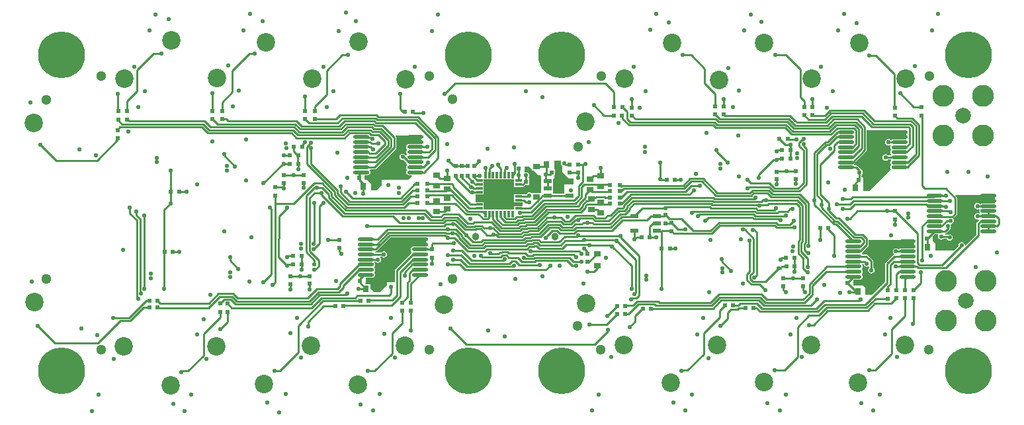
<source format=gtl>
G04*
G04 #@! TF.GenerationSoftware,Altium Limited,Altium Designer,18.1.9 (240)*
G04*
G04 Layer_Physical_Order=1*
G04 Layer_Color=255*
%FSTAX44Y44*%
%MOMM*%
G71*
G01*
G75*
%ADD10C,0.2540*%
%ADD16R,0.6000X0.5500*%
%ADD17R,0.9000X0.7000*%
%ADD18O,2.1000X0.4500*%
%ADD19R,0.5000X0.6000*%
%ADD20R,0.6000X0.5000*%
%ADD21R,1.1000X0.6000*%
%ADD22R,0.9000X0.8000*%
%ADD23R,0.5500X0.6000*%
%ADD24R,0.6000X0.6000*%
%ADD25R,0.8000X0.9000*%
%ADD26R,0.6000X0.6000*%
%ADD27R,3.1496X3.1496*%
%ADD28R,0.3048X0.8128*%
%ADD29R,0.8128X0.3048*%
%ADD51C,2.0000*%
%ADD52C,2.8000*%
%ADD53C,0.9652*%
%ADD54C,0.5588*%
%ADD55C,1.3000*%
%ADD56C,2.3622*%
%ADD57C,6.0000*%
G36*
X00519616Y00369502D02*
X00520192Y00369264D01*
Y00358161D01*
X00504068D01*
X00502695Y00357888D01*
X0050153Y0035711D01*
X00500752Y00355945D01*
X00500479Y00354572D01*
X00500752Y00353199D01*
X0050153Y00352034D01*
X00501646Y00351957D01*
Y00350687D01*
X0050153Y0035061D01*
X00500752Y00349445D01*
X00500479Y00348072D01*
X00500752Y00346698D01*
X0050153Y00345534D01*
X00501587Y00345496D01*
X00501607Y00344268D01*
X00500921Y00343745D01*
X00499549Y00343981D01*
X00498992Y00344814D01*
X00497648Y00345712D01*
X00496062Y00346028D01*
X00494476Y00345712D01*
X00493132Y00344814D01*
X00492234Y0034347D01*
X00491918Y00341884D01*
X00492234Y00340298D01*
X00493132Y00338954D01*
X00494476Y00338056D01*
X00496062Y0033774D01*
X00497231Y00337973D01*
X00500565Y00334638D01*
X00500752Y00333699D01*
X0050153Y00332534D01*
X00501646Y00332457D01*
Y00331187D01*
X0050153Y0033111D01*
X00500752Y00329945D01*
X00500479Y00328572D01*
X00500752Y00327199D01*
X0050153Y00326034D01*
X00501646Y00325957D01*
Y00324687D01*
X0050153Y0032461D01*
X00500752Y00323445D01*
X00500479Y00322072D01*
X00500752Y00320699D01*
X0050153Y00319534D01*
X00502695Y00318756D01*
X00504068Y00318483D01*
X00507804D01*
X0050829Y0031731D01*
X00503147Y00312166D01*
X00469646D01*
X00469646Y00305562D01*
X00463218Y00299134D01*
X00455836D01*
Y0030718D01*
X0045085Y00312166D01*
X00447548D01*
Y00318342D01*
X00447606Y00318483D01*
X00451568D01*
X00452941Y00318756D01*
X00454106Y00319534D01*
X00454884Y00320699D01*
X00455157Y00322072D01*
X00454884Y00323445D01*
X00454153Y00324539D01*
X00454013Y00324847D01*
X00454091Y00325014D01*
X00454924Y00325982D01*
X00460436D01*
X00461427Y00326179D01*
X00462267Y00326741D01*
X00487225Y00351699D01*
X00487787Y00352539D01*
X00487984Y0035353D01*
Y0036632D01*
X00487787Y00367312D01*
X00487225Y00368152D01*
X00487048Y00368329D01*
X00487534Y00369502D01*
X00519616D01*
D02*
G37*
G36*
X00661656Y0032617D02*
Y0032398D01*
X00663846D01*
X0066931Y00318516D01*
X00672544D01*
X0067375Y0031731D01*
Y0029625D01*
X0067349Y0029599D01*
X00672871Y00295372D01*
X00661656D01*
X00661656Y00295372D01*
X00660555Y0029578D01*
X00659954Y00296182D01*
X00658368Y00296498D01*
X00656782Y00296182D01*
X00655438Y00295284D01*
X0065454Y0029394D01*
X00654487Y00293674D01*
X00649732D01*
Y00293878D01*
X00639064D01*
Y0028321D01*
X00648462D01*
X00649732Y0028321D01*
X00649732Y0028194D01*
Y00278892D01*
X00639064D01*
Y00274066D01*
X00600209D01*
X00599948Y0027424D01*
Y00283972D01*
X0059D01*
Y0029337D01*
X00599948D01*
Y00303276D01*
Y00313182D01*
X00639064D01*
Y00303276D01*
X00649732D01*
Y0030348D01*
X00650066D01*
X00651057Y00303677D01*
X00651897Y00304239D01*
X00653443Y00305784D01*
X0065782D01*
Y00314324D01*
X0065782Y00314324D01*
X00657325Y00315594D01*
X00657878Y00316422D01*
X00658194Y00318008D01*
X00657878Y00319594D01*
X0065698Y00320938D01*
X00655636Y00321836D01*
X0065405Y00322152D01*
X0065327Y00321996D01*
X00652Y00322937D01*
Y00329661D01*
X00658165D01*
X00661656Y0032617D01*
D02*
G37*
G36*
X00526288Y00237407D02*
Y00226843D01*
X00509822D01*
X00508448Y0022657D01*
X00507284Y00225792D01*
X00506506Y00224627D01*
X00506233Y00223254D01*
X00506506Y00221881D01*
X00507284Y00220716D01*
X005074Y00220639D01*
Y00219369D01*
X00507284Y00219292D01*
X00506506Y00218127D01*
X00506319Y00217188D01*
X00487119Y00197987D01*
X00486557Y00197147D01*
X0048636Y00196156D01*
Y00181102D01*
X00475742D01*
Y00176784D01*
X00467028Y0016807D01*
X00459232D01*
Y00169164D01*
X00454628Y00173768D01*
Y0017849D01*
X00449906D01*
X00448056Y0018034D01*
X00449072Y00181356D01*
Y00187165D01*
X00457322D01*
X00458695Y00187438D01*
X0045986Y00188216D01*
X00460638Y00189381D01*
X00460911Y00190754D01*
X00460638Y00192127D01*
X0045986Y00193292D01*
X00459744Y00193369D01*
Y00194639D01*
X0045986Y00194716D01*
X00460638Y00195881D01*
X00460911Y00197254D01*
X00460638Y00198627D01*
X0045986Y00199792D01*
X00459744Y00199869D01*
Y00201139D01*
X0045986Y00201216D01*
X00460638Y00202381D01*
X00460911Y00203754D01*
X00460638Y00205127D01*
X00459907Y00206221D01*
X00459767Y00206529D01*
X00459845Y00206696D01*
X0046017Y00207073D01*
X0046144Y00207324D01*
X00462784Y00206426D01*
X0046437Y0020611D01*
X00465956Y00206426D01*
X004673Y00207324D01*
X00468198Y00208668D01*
X00468514Y00210254D01*
X00468198Y0021184D01*
X00467494Y00212894D01*
X0046785Y00213897D01*
X0046799Y00214079D01*
X00469242Y00214056D01*
X00469397Y00213824D01*
X00470742Y00212926D01*
X00472327Y0021261D01*
X00473913Y00212926D01*
X00475257Y00213824D01*
X00476155Y00215168D01*
X00476471Y00216754D01*
X00476155Y0021834D01*
X00475257Y00219684D01*
X00473913Y00220582D01*
X00472327Y00220898D01*
X00470742Y00220582D01*
X00469397Y00219684D01*
X0046917Y00219344D01*
X00461497D01*
X00461115Y00220004D01*
X00461497Y00220664D01*
X00461937D01*
X00462928Y00220861D01*
X00463768Y00221423D01*
X00480784Y00238438D01*
X00525712D01*
X00526288Y00237407D01*
D02*
G37*
G36*
X00699214Y00335534D02*
X00699047Y00335284D01*
X00698732Y00333699D01*
X00699047Y00332113D01*
X00699946Y00330769D01*
X0070025Y00330565D01*
X0070025Y00322518D01*
X00709018Y0031375D01*
X00714802D01*
Y0030625D01*
X00702958D01*
X00702714Y00306006D01*
Y00294626D01*
X00688326D01*
Y00296306D01*
X00688326D01*
Y00297266D01*
X00688326D01*
Y00305806D01*
X00688326D01*
Y00306766D01*
X00688326D01*
Y00313042D01*
X00690464Y0031518D01*
Y00318048D01*
X0069152D01*
Y00325588D01*
X00690464D01*
Y00336804D01*
X00698535Y00336804D01*
X00699214Y00335534D01*
D02*
G37*
G36*
X01139958Y00375544D02*
X01140534Y00375306D01*
Y00364257D01*
X01124082D01*
X01122709Y00363984D01*
X01121622Y00363258D01*
X01120789D01*
X01120562Y00363598D01*
X01119218Y00364496D01*
X01117632Y00364812D01*
X01116046Y00364496D01*
X01114702Y00363598D01*
X01113804Y00362254D01*
X01113488Y00360668D01*
X01113804Y00359082D01*
X01114702Y00357738D01*
X01116046Y0035684D01*
X01117632Y00356524D01*
X01119218Y0035684D01*
X01120184Y00357486D01*
X01120525Y00357436D01*
X01121116Y00356064D01*
X01120766Y00355541D01*
X01120493Y00354168D01*
X01120766Y00352794D01*
X01121497Y00351701D01*
X0112166Y00351343D01*
Y00350492D01*
X01121497Y00350135D01*
X01120766Y00349041D01*
X01120493Y00347668D01*
X01120766Y00346295D01*
X01121544Y0034513D01*
X01121532Y00344733D01*
X01120553Y00343712D01*
X01117455D01*
X01117228Y00344052D01*
X01115884Y0034495D01*
X01114298Y00345266D01*
X01112712Y0034495D01*
X01111368Y00344052D01*
X0111047Y00342708D01*
X01110154Y00341122D01*
X0111047Y00339536D01*
X01111368Y00338192D01*
X01112712Y00337294D01*
X01114298Y00336978D01*
X01115884Y00337294D01*
X01117228Y00338192D01*
X01117455Y00338532D01*
X01121244D01*
X01121599Y0033736D01*
X01121497Y00337135D01*
X01120766Y00336041D01*
X01120493Y00334668D01*
X01120766Y00333295D01*
X01121544Y0033213D01*
X0112166Y00332053D01*
Y00330783D01*
X01121544Y00330706D01*
X01120766Y00329541D01*
X01120493Y00328168D01*
X01120766Y00326795D01*
X01121369Y00325893D01*
X01093164Y00297688D01*
X01085516D01*
Y00314941D01*
X01084358Y00316099D01*
Y0031619D01*
X01084267D01*
X01083614Y00316843D01*
Y00318661D01*
X01083954Y00318888D01*
X01084852Y00320232D01*
X01085168Y00321818D01*
X01084852Y00323404D01*
X01083954Y00324748D01*
X01083274Y00325202D01*
X01082855Y00325829D01*
X01078685Y00329999D01*
X01077845Y00330561D01*
X01076854Y00330758D01*
X01074352D01*
X01074004Y00331569D01*
Y00332053D01*
X0107412Y0033213D01*
X01074898Y00333295D01*
X01075085Y00334234D01*
X01089633Y00348783D01*
X01090195Y00349623D01*
X01090392Y00350614D01*
Y00375544D01*
X01139958D01*
D02*
G37*
G36*
X0115075Y00224556D02*
X011504Y00224269D01*
X011339D01*
X01132526Y00223996D01*
X0113144Y0022327D01*
X01130794D01*
X01130567Y0022361D01*
X01129223Y00224508D01*
X01127637Y00224824D01*
X01126051Y00224508D01*
X01124707Y0022361D01*
X01123809Y00222266D01*
X01123493Y0022068D01*
X01123809Y00219094D01*
X01124618Y00217883D01*
X01124583Y00217283D01*
X01124362Y00216453D01*
X01123701Y00216011D01*
X01114499Y00206809D01*
X01113937Y00205969D01*
X0111374Y00204978D01*
Y00181371D01*
X01110678Y00178308D01*
X01110488D01*
X01097026Y00164846D01*
X01096596Y00165276D01*
X0108839D01*
Y00174164D01*
X01085516Y00177038D01*
X01072642D01*
Y00184009D01*
X01073223Y00184591D01*
X010814D01*
X01082774Y00184864D01*
X01083938Y00185642D01*
X01084716Y00186807D01*
X01084989Y0018818D01*
X01084716Y00189553D01*
X01083938Y00190718D01*
X01083822Y00190795D01*
Y00192065D01*
X01083938Y00192142D01*
X01084716Y00193307D01*
X01084989Y0019468D01*
X01084716Y00196053D01*
X01083985Y00197147D01*
X01083822Y00197504D01*
Y00198356D01*
X01083985Y00198713D01*
X01084716Y00199807D01*
X01084989Y0020118D01*
X01084716Y00202553D01*
X01083938Y00203718D01*
X01084547Y00204838D01*
X01084719Y00205046D01*
X0108597Y00205044D01*
X01086024Y00204978D01*
X0108634Y00203392D01*
X01087238Y00202048D01*
X01088582Y0020115D01*
X01090168Y00200834D01*
X01091754Y0020115D01*
X01092046Y00201345D01*
X01093132Y00200772D01*
X01093164Y00199582D01*
X0109308Y00199526D01*
X01092182Y00198182D01*
X01091866Y00196596D01*
X01092182Y0019501D01*
X0109308Y00193666D01*
X01094424Y00192768D01*
X0109601Y00192452D01*
X01097596Y00192768D01*
X0109894Y00193666D01*
X01099838Y0019501D01*
X01100154Y00196596D01*
X01099838Y00198182D01*
X0109894Y00199526D01*
X010986Y00199753D01*
Y00207772D01*
X01098403Y00208763D01*
X01097841Y00209603D01*
X01097723Y00209721D01*
X01097614Y00209884D01*
X01094177Y00213321D01*
X01093773Y00213591D01*
X01091353Y00216011D01*
X01090513Y00216573D01*
X01089522Y0021677D01*
X0108417D01*
X01083822Y00217581D01*
Y00218065D01*
X01083938Y00218142D01*
X01084716Y00219307D01*
X01084903Y00220246D01*
X01091831Y00227175D01*
X01092393Y00228015D01*
X0109259Y00229006D01*
Y00235644D01*
X0115075D01*
Y00224556D01*
D02*
G37*
G36*
X01253708Y00293294D02*
X01254284Y00293056D01*
Y00282299D01*
X01237874D01*
X012365Y00282026D01*
X01235414Y002813D01*
X01235103D01*
X01234876Y0028164D01*
X01233532Y00282538D01*
X01231946Y00282854D01*
X0123036Y00282538D01*
X01229016Y0028164D01*
X01228118Y00280296D01*
X01227802Y0027871D01*
X01228118Y00277124D01*
X01229016Y0027578D01*
X0123036Y00274882D01*
X01231946Y00274566D01*
X01233532Y00274882D01*
X01234194Y00275324D01*
X0123511Y00274409D01*
X01234558Y00273583D01*
X01234285Y0027221D01*
X01234558Y00270837D01*
X01235098Y00270028D01*
X01234183Y00269112D01*
X01233546Y00269538D01*
X0123196Y00269854D01*
X01230374Y00269538D01*
X0122903Y0026864D01*
X01228132Y00267296D01*
X01227816Y0026571D01*
X01228132Y00264124D01*
X0122903Y0026278D01*
X01230374Y00261882D01*
X0123196Y00261566D01*
X01233186Y0026181D01*
X01233836Y00260665D01*
X01231253Y00258081D01*
X01230691Y00257241D01*
X01230494Y0025625D01*
Y00242036D01*
X01217123Y00228665D01*
X01215772Y0022911D01*
X01215578Y00230086D01*
X0121468Y0023143D01*
X01213336Y00232328D01*
X0121175Y00232644D01*
X01210164Y00232328D01*
X0120882Y0023143D01*
X01207922Y00230086D01*
X01207606Y002285D01*
X01207686Y00228099D01*
X01201588Y00222D01*
X01177962Y00222D01*
Y00230976D01*
X0117425Y00234688D01*
Y00239674D01*
X01177197Y00242621D01*
X01181234D01*
X01181832Y00241501D01*
X0118173Y00241347D01*
X01181414Y00239762D01*
X0118173Y00238176D01*
X01182628Y00236832D01*
X01183972Y00235933D01*
X01185558Y00235618D01*
X01187143Y00235933D01*
X01188488Y00236832D01*
X01188715Y00237172D01*
X01192431D01*
X0119248Y00236926D01*
X01193378Y00235582D01*
X01194723Y00234683D01*
X01196308Y00234368D01*
X01197894Y00234683D01*
X01199238Y00235582D01*
X01200137Y00236926D01*
X01200452Y00238512D01*
X01200137Y00240097D01*
X01199238Y00241442D01*
X01197894Y0024234D01*
X01196308Y00242655D01*
X01194781Y00242351D01*
X01190649D01*
X01190646Y0024362D01*
X01191637Y00243817D01*
X01192477Y00244379D01*
X01196457Y00248359D01*
X01197019Y00249199D01*
X01197204Y00250129D01*
X01197882Y00251144D01*
X01198198Y0025273D01*
X01197882Y00254316D01*
X01197675Y00254625D01*
X01198277Y00256011D01*
X01199086Y00256172D01*
X0120043Y0025707D01*
X01201328Y00258414D01*
X01201644Y0026D01*
X01201328Y00261586D01*
X01200571Y00262718D01*
X01200664Y00262941D01*
X01201504Y00263503D01*
X01205283Y00267282D01*
X01205845Y00268122D01*
X01206042Y00269113D01*
Y00288798D01*
X01205845Y00289789D01*
X01205283Y00290629D01*
X01203792Y00292121D01*
X01204278Y00293294D01*
X01253708D01*
D02*
G37*
D10*
X00977921Y00265964D02*
X00987D01*
X00767326Y00235174D02*
X007695Y00233D01*
X00736346Y00273924D02*
X0074549D01*
X00539496Y0027121D02*
X0054032Y00272034D01*
X00741103Y0019504D02*
X00745Y00198938D01*
X00741103Y0019504D02*
X00741143Y00195D01*
X00733085D02*
X00741143D01*
X00745Y00198938D02*
Y002025D01*
X00734536Y00207036D02*
X00745Y002175D01*
X007325Y00207036D02*
X00734536D01*
X0072804Y00224506D02*
X007325Y00220047D01*
Y00217536D02*
Y00220047D01*
X00705582Y0022984D02*
X00726546D01*
X00726546Y0022984D01*
X0073406D01*
X00735076Y00228824D01*
X00700278Y00224536D02*
X00705582Y0022984D01*
X00591934Y0031115D02*
Y00311185D01*
X00563513Y0025527D02*
X00577516Y00241267D01*
X00191122Y00172607D02*
Y00273927D01*
X00518078Y0022326D02*
X00533444Y00223438D01*
X0053449Y00231432D02*
X00561632D01*
X00533446Y00230388D02*
X0053449Y00231432D01*
X00533446Y00223438D02*
Y00230388D01*
Y0022326D02*
Y00223438D01*
X005337Y00223441D01*
X00533444Y00223438D02*
X00533446Y00223438D01*
X00563238Y0043596D02*
X00753995D01*
X0055Y00422722D02*
X00563238Y0043596D01*
X00754153Y00436118D02*
X00755904D01*
X00753995Y0043596D02*
X00754153Y00436118D01*
X00212538Y00066272D02*
X00213687Y00067421D01*
X00221488D01*
X00331978Y0006782D02*
X00338838D01*
X00375158Y00124714D02*
Y00130556D01*
X00451866Y00067434D02*
X00460118D01*
X00262382Y00136144D02*
Y0014334D01*
X00272034Y00130302D02*
Y0014334D01*
X004953Y00128524D02*
Y00144356D01*
X00506476Y00119754D02*
Y00144356D01*
X002413Y00087233D02*
Y00115062D01*
X00362458Y0009144D02*
Y00125476D01*
X004826Y00089916D02*
Y00115824D01*
X00134874Y00131826D02*
X00147374D01*
X00125222Y00135636D02*
X00145796D01*
X00106426Y00103378D02*
X00134874Y00131826D01*
X00147374D02*
X00164392Y00148844D01*
X00145796Y00135636D02*
X00167894Y00157734D01*
X00221488Y00067421D02*
X002413Y00087233D01*
X00263144Y00121412D02*
X00272034Y00130302D01*
X00362458Y00125476D02*
X00394208Y00157226D01*
X00375158Y00130556D02*
X0039497Y00150368D01*
X00460118Y00067434D02*
X004826Y00089916D01*
Y00115824D02*
X004953Y00128524D01*
X00338838Y0006782D02*
X00362458Y0009144D01*
X002413Y00115062D02*
X00262382Y00136144D01*
X000508Y00103378D02*
X00106426D01*
X0053075Y002925D02*
X00558796D01*
X00579262Y00272034D01*
X00529224Y00290974D02*
X0053075Y002925D01*
X00528216Y00290974D02*
X00529224D01*
X00528216D02*
Y0029175D01*
X00733616Y00285194D02*
X007383Y00289878D01*
X00755628D02*
X00761088D01*
X00755106Y002904D02*
X00755628Y00289878D01*
X00744002Y002904D02*
X00755106D01*
X0074348Y00289878D02*
X00744002Y002904D01*
X007383Y00289878D02*
X0074348D01*
X00617728Y00331216D02*
X00622046Y00326898D01*
X00698586Y00258796D02*
X00701894Y00255488D01*
X00681215Y00258796D02*
X00698586D01*
X00992349Y00341634D02*
X00993378Y00340605D01*
X00997582Y00203272D02*
X00998611Y00202244D01*
X00361942Y0033275D02*
Y00343632D01*
X00366504Y00206066D02*
X00367533Y00205038D01*
X00825558Y00313192D02*
X0082633Y0031242D01*
X00833934D01*
X00844434D02*
X0085233D01*
X00825558Y00313192D02*
Y00334322D01*
X006775Y0032925D02*
X006805Y0033225D01*
X00667426Y0032925D02*
X006775D01*
X01065356Y00180386D02*
X0107315Y0018818D01*
X01065356Y00180306D02*
Y00180386D01*
X01030338Y00236162D02*
X0103075Y0023575D01*
X01030338Y00236162D02*
Y0025025D01*
X00357Y00348574D02*
X00361942Y00343632D01*
X00357Y00348574D02*
Y00354572D01*
X00362482Y00325947D02*
Y0033275D01*
X00373634Y00332625D02*
Y00355015D01*
X00344132Y00343632D02*
X00352D01*
X0034959Y0033275D02*
X00351982D01*
X0034955Y0033271D02*
X0034959Y0033275D01*
X00344132Y0033271D02*
X0034955D01*
X00367708Y00357244D02*
X0037125Y00360786D01*
X00367708Y003565D02*
Y00357244D01*
X0037125Y00360786D02*
X00371518Y00360518D01*
X0037629Y00384938D02*
X00412878D01*
X00371Y00390228D02*
X0037629Y00384938D01*
X00366865Y00381128D02*
X00415455D01*
X00360389Y00387604D02*
X00366865Y00381128D01*
X00365286Y00377318D02*
X00417034D01*
X00358811Y00383794D02*
X00365286Y00377318D01*
X00363708Y00373508D02*
X00418612D01*
X0036213Y00369698D02*
X0042019D01*
X00360552Y00365888D02*
X00421768D01*
X00992349Y00350638D02*
Y003575D01*
X009785Y0036475D02*
X0098575Y003575D01*
X00992349D01*
X00991306Y00363951D02*
X01000549D01*
X00991Y00364257D02*
X00991306Y00363951D01*
X01000549D02*
Y00364268D01*
X01004041Y00359989D02*
X01007165Y00363114D01*
X01004041Y00355571D02*
Y00359989D01*
X00994028Y0037046D02*
X01044501D01*
X00995606Y0037427D02*
X01042923D01*
X00987098Y00382778D02*
X00995606Y0037427D01*
X00997184Y0037808D02*
X01041345D01*
X00988676Y00386588D02*
X00997184Y0037808D01*
X00998763Y0038189D02*
X01039767D01*
X00990255Y00390398D02*
X00998763Y0038189D01*
X01000886Y003857D02*
X01038189D01*
X00998771Y00387815D02*
X01000886Y003857D01*
X00998226Y00387815D02*
X00998771D01*
X00991833Y00394208D02*
X00998226Y00387815D01*
X01191726Y00199606D02*
X01233084Y00240964D01*
X01155892Y00199606D02*
X01191726D01*
X01154318Y0020118D02*
X01155892Y00199606D01*
X0114215Y0020118D02*
X01154318D01*
X0115747Y00203416D02*
X01186666D01*
X0115519Y00205696D02*
X0115747Y00203416D01*
X0112649Y00272204D02*
X0115519Y00243504D01*
Y00205696D02*
Y00243504D01*
X0116125Y00209D02*
Y00253D01*
X0116746Y0025921D01*
X01186666Y00203416D02*
X0121175Y002285D01*
X01150112Y00171112D02*
X01159307Y00180307D01*
Y00194259D01*
X00721502Y0024065D02*
X0077525D01*
X00775512D01*
X01069312Y002875D02*
X01071812Y0029D01*
X01175414D01*
X01177124Y0029171D01*
X0107345Y0028521D02*
X01177124D01*
X0106899Y0028075D02*
X0107345Y0028521D01*
X01175414Y0028042D02*
X01177124Y0027871D01*
X0116689Y0028042D02*
X01175414D01*
X0116591Y002814D02*
X0116689Y0028042D01*
X01075048Y002814D02*
X0116591D01*
X01068648Y00275D02*
X01075048Y002814D01*
X00762088Y00228824D02*
X00764Y00226912D01*
X00646282Y00270968D02*
X00660683D01*
X00715672Y0028606D02*
X00721627Y00292015D01*
X0072075Y00332148D02*
X0072625D01*
X0067615Y0028606D02*
X00715672D01*
X0072625Y00332148D02*
X00727Y00331398D01*
Y0031024D02*
Y00331398D01*
X00721627Y00304867D02*
X00727Y0031024D01*
X00721627Y00292015D02*
Y00304867D01*
X00717606Y00282304D02*
X00725437Y00290135D01*
X00717606Y0028225D02*
Y00282304D01*
X00679306Y0027844D02*
X00720872D01*
X00680884Y0027463D02*
X0072245D01*
X00682406Y00270764D02*
X00723972D01*
X0071751Y00266954D02*
X0072555D01*
X00709853Y00259298D02*
X0071751Y00266954D01*
X00723014Y00263144D02*
X00727128D01*
X007205Y0026063D02*
X00723014Y00263144D01*
X00720872Y0027844D02*
X0072284Y00280408D01*
X0072245Y0027463D02*
X0072665Y0027883D01*
X00723972Y00270764D02*
X0073046Y00277252D01*
X0072555Y00266954D02*
X00725596Y00267D01*
X00727128Y00263144D02*
X00727174Y0026319D01*
X00728266Y00306118D02*
X00761088D01*
X00725437Y00303289D02*
X00728266Y00306118D01*
X00725437Y00290135D02*
Y00303289D01*
X00738568Y00297102D02*
X00761088D01*
X0073046Y00293946D02*
X00736092Y00299578D01*
X0073046Y0028977D02*
Y00293946D01*
X0072284Y0028215D02*
X0073046Y0028977D01*
X0072284Y00280408D02*
Y0028215D01*
X0072665Y0027883D02*
Y00280572D01*
X00731272Y00285194D02*
X00733616D01*
X0072665Y00280572D02*
X00731272Y00285194D01*
X0073285Y00281384D02*
X00761088D01*
X0073046Y00278994D02*
X0073285Y00281384D01*
X0073046Y00277252D02*
Y00278994D01*
X00677728Y0028225D02*
X00717606D01*
X00669158Y00279068D02*
X0067615Y0028606D01*
X00668782Y00279068D02*
X00669158D01*
X007205Y00321398D02*
X0072075Y00321648D01*
X007205Y00315301D02*
Y00321398D01*
X0066167Y00266192D02*
X00677728Y0028225D01*
X00663248Y00262382D02*
X00679306Y0027844D01*
X00664826Y00258572D02*
X00680884Y0027463D01*
X00666404Y00254762D02*
X00682406Y00270764D01*
X00681293Y00264263D02*
X00690534D01*
X00667983Y00250952D02*
X00681293Y00264263D01*
X006849Y00319468D02*
X0068725Y00321818D01*
X00679156Y00319468D02*
X006849D01*
X00709853Y00321648D02*
X0072075D01*
X00702876Y00333699D02*
X00704426Y00332148D01*
X00709853D01*
X00679156Y00313118D02*
Y00319468D01*
X00681556Y00301536D02*
Y00310592D01*
X00669561Y00247142D02*
X00681215Y00258796D01*
X00682793Y00254986D02*
X00697007D01*
X00671139Y00243332D02*
X00682793Y00254986D01*
X00684371Y00251176D02*
X00695429D01*
X00672717Y00239522D02*
X00684371Y00251176D01*
X00687749Y00247366D02*
X00693851D01*
X00679033Y0023865D02*
X00687749Y00247366D01*
X00696214Y00232634D02*
X0070358Y0024D01*
X00673152Y00232634D02*
X00696214D01*
X00704203Y00234442D02*
X00726948D01*
X00698586Y00228824D02*
X00704203Y00234442D01*
X00671574Y00228824D02*
X00698586D01*
X00670474Y00224536D02*
X00700278D01*
X00660081Y00220726D02*
X00722122D01*
X00663814Y00216916D02*
X0071501D01*
X00665181Y00212894D02*
X00709434D01*
X00706374Y00208788D02*
X00713045Y00202117D01*
X00666462Y00208788D02*
X00706374D01*
X00679646Y001973D02*
X00685038Y00202692D01*
X00693851Y00247366D02*
X00697159Y00244058D01*
X00713045Y00202117D02*
X00718379D01*
X0067521Y00292036D02*
X00681556D01*
X00668782Y00285608D02*
X0067521Y00292036D01*
X00699156Y00264263D02*
X00704121Y00259298D01*
X00690534Y00264263D02*
X00699156D01*
X00695429Y00251176D02*
X00698737Y00247868D01*
X00660683Y00270968D02*
X00668782Y00279068D01*
X00646282Y00270263D02*
Y00270968D01*
X00642409Y00264929D02*
X00648491D01*
X00639608Y00262128D02*
X00642409Y00264929D01*
X00665027Y00227584D02*
X00667426D01*
X00664273Y00226829D02*
X00665027Y00227584D01*
X00658375Y00226829D02*
X00664273D01*
X0065532Y00223774D02*
X00658375Y00226829D01*
X00663957Y00231902D02*
X00668496D01*
X00662694Y00230639D02*
X00663957Y00231902D01*
X00656613Y00230639D02*
X00662694D01*
X00653811Y00227838D02*
X00656613Y00230639D01*
X00662379Y00235712D02*
X00670074D01*
X00661116Y00234449D02*
X00662379Y00235712D01*
X00655034Y00234449D02*
X00661116D01*
X00652233Y00231648D02*
X00655034Y00234449D01*
X00660801Y00239522D02*
X00672717D01*
X00659538Y00238259D02*
X00660801Y00239522D01*
X00653456Y00238259D02*
X00659538D01*
X00650655Y00235458D02*
X00653456Y00238259D01*
X00659223Y00243332D02*
X00671139D01*
X0065796Y00242069D02*
X00659223Y00243332D01*
X00651878Y00242069D02*
X0065796D01*
X00649077Y00239268D02*
X00651878Y00242069D01*
X00657645Y00247142D02*
X00669561D01*
X00656382Y00245879D02*
X00657645Y00247142D01*
X006503Y00245879D02*
X00656382D01*
X00647499Y00243078D02*
X006503Y00245879D01*
X00656066Y00250952D02*
X00667983D01*
X00654803Y00249689D02*
X00656066Y00250952D01*
X00648722Y00249689D02*
X00654803D01*
X00645921Y00246888D02*
X00648722Y00249689D01*
X00654488Y00254762D02*
X00666404D01*
X00653225Y00253499D02*
X00654488Y00254762D01*
X00647144Y00253499D02*
X00653225D01*
X00644343Y00250698D02*
X00647144Y00253499D01*
X0065291Y00258572D02*
X00664826D01*
X00651647Y00257309D02*
X0065291Y00258572D01*
X00645566Y00257309D02*
X00651647D01*
X00642764Y00254508D02*
X00645566Y00257309D01*
X00651332Y00262382D02*
X00663248D01*
X00650069Y00261119D02*
X00651332Y00262382D01*
X00643987Y00261119D02*
X00650069D01*
X00641186Y00258318D02*
X00643987Y00261119D01*
X00649754Y00266192D02*
X0066167D01*
X00648491Y00264929D02*
X00649754Y00266192D01*
X00629376Y00262128D02*
X00639608D01*
X00627798Y00258318D02*
X00641186D01*
X00624332Y00254508D02*
X00642764D01*
X00622754Y00250698D02*
X00644343D01*
X00621176Y00246888D02*
X00645921D01*
X00619598Y00243078D02*
X00647499D01*
X00618019Y00239268D02*
X00649077D01*
X00577516Y00241267D02*
Y00241412D01*
Y00241267D02*
X00586149Y00232634D01*
X0058256Y00228824D02*
X0059794D01*
X00580982Y00225014D02*
X00599518D01*
X00579404Y00221204D02*
X00601096D01*
X00574586Y00236798D02*
X0058256Y00228824D01*
X00570776Y0023522D02*
X00580982Y00225014D01*
X00562356Y00238252D02*
X00566966Y00233642D01*
X00554228Y00238252D02*
X00562356D01*
X00566966Y00233642D02*
X00579404Y00221204D01*
X00566966Y00233642D02*
Y00233642D01*
X00570776Y0023522D02*
Y0023522D01*
X00574586Y00236798D02*
Y00236798D01*
X00568134Y00237862D02*
Y00239872D01*
X00571944Y0023944D02*
X00574586Y00236798D01*
X00571944Y0023944D02*
Y00241451D01*
X00568134Y00237862D02*
X00570776Y0023522D01*
X00564421Y00243586D02*
X00568134Y00239872D01*
X00564221Y00249174D02*
X00571944Y00241451D01*
X00576294Y00248666D02*
X00589566D01*
X00564356Y00260604D02*
X00576294Y00248666D01*
X0058875Y00253238D02*
X00597632D01*
X00587988Y00252476D02*
X0058875Y00253238D01*
X00577873Y00252476D02*
X00587988D01*
X00565934Y00264414D02*
X00577873Y00252476D01*
X00587933Y0025781D02*
X00610254D01*
X00586409Y00256286D02*
X00587933Y0025781D01*
X00579451Y00256286D02*
X00586409D01*
X00567513Y00268224D02*
X00579451Y00256286D01*
X00551813Y0025527D02*
X00560578D01*
X00563513D01*
X00551758Y00260604D02*
X00564356D01*
X0055018Y00264414D02*
X00565934D01*
X00548602Y00268224D02*
X00567513D01*
X00571944Y0022206D02*
X00584708Y00209296D01*
X00560832Y0022206D02*
X00571944D01*
X00570992Y00215646D02*
X00581718Y0020492D01*
X00554228Y00215646D02*
X00570992D01*
X0052531Y00273304D02*
X00533944Y0026467D01*
X00499943Y00273304D02*
X0052531D01*
X00499889Y00273358D02*
X00499943Y00273304D01*
X0049206Y0025705D02*
X00548204D01*
X00483426Y00265684D02*
X0049206Y0025705D01*
X00419354Y00265684D02*
X00483426D01*
X00451104Y0025273D02*
X00549273D01*
X00476827Y0024892D02*
X00553974D01*
X00478149Y00244854D02*
X00551005D01*
X00479727Y00241044D02*
X00549426D01*
X00528216Y00282226D02*
Y00282974D01*
Y00282226D02*
X00563682D01*
X00523732Y00269494D02*
X00532366Y0026086D01*
X00422148Y00269494D02*
X00523732D01*
X00532366Y0026086D02*
X00546626D01*
X00533944Y0026467D02*
X00545048D01*
X00422094Y00269548D02*
X00422148Y00269494D01*
X00423278Y00273358D02*
X00499889D01*
X00498311Y00277168D02*
X00504117Y00282974D01*
X00424856Y00277168D02*
X00498311D01*
X00496732Y00280978D02*
X00506728Y00290974D01*
X00426434Y00280978D02*
X00496732D01*
X00495154Y00284788D02*
X0050934Y00298974D01*
X00428013Y00284788D02*
X00495154D01*
X00493576Y00288598D02*
X00511952Y00306974D01*
X00431746Y00288598D02*
X00493576D01*
X00391922Y00293116D02*
X00419354Y00265684D01*
X00679033Y00238262D02*
Y0023865D01*
X00972636Y00066622D02*
Y00068396D01*
X0061238Y0030075D02*
X00619506Y00293624D01*
X00612376D02*
X00619506D01*
X00749554Y00317642D02*
Y00328054D01*
X00740818Y0025525D02*
X00761326D01*
X00733085Y00257415D02*
X00738653D01*
X00740818Y0025525D01*
X00727335Y00257415D02*
X00733085D01*
X00716582Y0025525D02*
X0072517D01*
X00727335Y00257415D01*
X00727174Y0026319D02*
X00738744D01*
X00725596Y00267D02*
X00740322D01*
X00738744Y0026319D02*
X00742424Y0025951D01*
X00740322Y00267D02*
X00744002Y0026332D01*
X00761326Y0025525D02*
X00774794Y00268718D01*
X0071301Y00251678D02*
X00716582Y0025525D01*
X00716574Y0026063D02*
X007205D01*
X00760198Y0025951D02*
X00773216Y00272528D01*
X00742424Y0025951D02*
X00760198D01*
X00711432Y00255488D02*
X00716574Y0026063D01*
X00755106Y0026332D02*
X00758786Y00267D01*
X007623D01*
X00744002Y0026332D02*
X00755106D01*
X007623Y00267D02*
X00771638Y00276338D01*
X00736092Y00313578D02*
X00740156Y00317642D01*
X00749554D01*
X0074549Y00273924D02*
X00749554Y0026986D01*
X0065405Y00310054D02*
Y00318008D01*
X0106522Y0026278D02*
X01068638D01*
X0105968Y00275D02*
X01068648D01*
X01068638Y0026278D02*
X01078108Y0027225D01*
X01052086Y0028075D02*
X0106899D01*
X0105925Y002875D02*
X01069312D01*
X00954428Y0028051D02*
X00963086D01*
X00961855Y00286206D02*
X00983261D01*
X00961547Y00286514D02*
X00961855Y00286206D01*
X00963086Y0028051D02*
X00964898Y00282322D01*
X0099988D01*
X00958133Y00286514D02*
X00961547D01*
X00957897Y0028675D02*
X00958133Y00286514D01*
X00975172Y0025119D02*
X00997524D01*
X00972612Y0025375D02*
X00975172Y0025119D01*
X0094656Y0025375D02*
X00972612D01*
X00992Y00255D02*
X00997Y0026D01*
X0097675Y00255D02*
X00992D01*
X00974106Y00257644D02*
X0097675Y00255D01*
X00900844Y00257644D02*
X00974106D01*
X00890426Y00247226D02*
X00900844Y00257644D01*
X01075326Y0024228D02*
X01084962D01*
X01054486Y0026312D02*
X01075326Y0024228D01*
X01051268Y0026312D02*
X01054486D01*
X01042Y00272388D02*
X01051268Y0026312D01*
X01042Y00272388D02*
Y00275D01*
X01023Y00280612D02*
X01048112Y002555D01*
X01023Y00280612D02*
Y0028625D01*
X01048112Y002555D02*
X0105133D01*
X0104969Y0025931D02*
X01052908D01*
X0103225Y0027675D02*
X0104969Y0025931D01*
X0103225Y0027675D02*
Y00280495D01*
X01048575Y00349567D02*
Y00356171D01*
X0103062Y00331612D02*
X01048575Y00349567D01*
X0103062Y00293963D02*
Y00331612D01*
Y00293963D02*
X01042Y00282583D01*
Y00275D02*
Y00282583D01*
X0102681Y00292385D02*
Y00345274D01*
Y00292385D02*
X0103225Y00286945D01*
Y00280495D02*
Y00286945D01*
X01023Y0028625D02*
Y00346852D01*
X01037068Y0036092D01*
X00989209Y00272084D02*
X00992007Y00274882D01*
X0099525D01*
X0099988Y00282322D02*
X01004272Y0027793D01*
Y00234982D02*
Y0027793D01*
X01002748Y00233458D02*
X01004272Y00234982D01*
X008835Y0026D02*
X00887964Y00264464D01*
X0094367D01*
X0087425Y002655D02*
X00877024Y00268274D01*
X00868142Y00247226D02*
X00890426D01*
X00853078Y0026229D02*
X00868142Y00247226D01*
X00837838Y0026229D02*
X00853078D01*
X00946476Y00253834D02*
X0094656Y0025375D01*
X00902422Y00253834D02*
X00946476D01*
X00892004Y00243416D02*
X00902422Y00253834D01*
X00950671Y00273628D02*
X00972016D01*
X00974137Y0027575D01*
X00952032Y0027981D02*
X0095288Y00278962D01*
X00954428Y0028051D01*
X00893465Y0027981D02*
X00952032D01*
X00955467Y0028432D02*
X00957897Y0028675D01*
X00893823Y0028432D02*
X00955467D01*
X00945936Y00262198D02*
X00976298D01*
X00947514Y00266008D02*
X00977877D01*
X00949092Y00269818D02*
X00975749D01*
X00978015Y00272084D01*
X00977877Y00266008D02*
X00977921Y00265964D01*
X00976298Y00262198D02*
X00976342Y00262154D01*
X00978015Y00272084D02*
X00989209D01*
X00967795Y00290016D02*
X00981683D01*
X00962688Y00295123D02*
X00967795Y00290016D01*
X00969373Y00293826D02*
X00980105D01*
X00964266Y00298933D02*
X00969373Y00293826D01*
X00978526Y00297636D02*
X0097858Y0029769D01*
X00970951Y00297636D02*
X00978526D01*
X00965844Y00302743D02*
X00970951Y00297636D01*
X00976948Y00301446D02*
X00977002Y003015D01*
X0097253Y00301446D02*
X00976948D01*
X00965725Y0030825D02*
X0097253Y00301446D01*
X00978606Y00262154D02*
X0098013Y0026063D01*
X00976342Y00262154D02*
X00978606D01*
X0094367Y00264464D02*
X00945936Y00262198D01*
X00945248Y00268274D02*
X00947514Y00266008D01*
X00877024Y00268274D02*
X00945248D01*
X00866186Y0027D02*
X0086827Y00272084D01*
X00946826D01*
X0083275Y00267378D02*
X00837838Y0026229D01*
X00948299Y00276D02*
X00950671Y00273628D01*
X00946826Y00272084D02*
X00949092Y00269818D01*
X0077619Y00303776D02*
X00777468Y00305054D01*
X01015702Y00228092D02*
Y00282664D01*
X01004486Y0029388D02*
X01015702Y00282664D01*
X00980159Y0029388D02*
X01004486D01*
X01011892Y00231825D02*
Y00281086D01*
X01002908Y0029007D02*
X01011892Y00281086D01*
X00981737Y0029007D02*
X01002908D01*
X01008082Y00233403D02*
Y00279508D01*
X0100133Y0028626D02*
X01008082Y00279508D01*
X00983315Y0028626D02*
X0100133D01*
X00983261Y00286206D02*
X00983315Y0028626D01*
X00892765Y0028051D02*
X00893465Y0027981D01*
X00892505Y0028025D02*
X00892765Y0028051D01*
X00891069Y00281686D02*
X00892505Y0028025D01*
X01006558Y0023188D02*
X01008082Y00233403D01*
X01010368Y00230301D02*
X01011892Y00231825D01*
X00977002Y003015D02*
X01002308D01*
X01009142Y00308334D01*
X01008827Y00363114D02*
Y00364776D01*
X0097858Y0029769D02*
X01003886D01*
X01012952Y00306756D01*
X00980105Y00293826D02*
X00980159Y0029388D01*
X00981683Y00290016D02*
X00981737Y0029007D01*
X008915Y00276D02*
X00948299D01*
X0089131Y0027619D02*
X008915Y00276D01*
X00891177Y0027619D02*
X0089131D01*
X00889491Y00277876D02*
X00891177Y0027619D01*
X00833882Y00277876D02*
X00889491D01*
X00832358Y00276352D02*
X00833882Y00277876D01*
X00892647Y00285496D02*
X00893823Y0028432D01*
X00893718Y00289814D02*
X00895402Y0028813D01*
X0078974Y00289814D02*
X00893718D01*
X00792389Y00281686D02*
X00891069D01*
X00946091Y0028813D02*
X0094775Y00289789D01*
X00895402Y0028813D02*
X00946091D01*
X00942358Y0029194D02*
X00945541Y00295123D01*
X00897353Y0029194D02*
X00942358D01*
X00945541Y00295123D02*
X00962688D01*
X00943962Y00298933D02*
X00964266D01*
X00938493Y00302743D02*
X00965844D01*
X009375Y0030175D02*
X00938493Y00302743D01*
X00940779Y0029575D02*
X00943962Y00298933D01*
X00898932Y0029575D02*
X00940779D01*
X0094775Y0028825D02*
Y00289789D01*
X009375Y003125D02*
X0094175Y0030825D01*
X00965725D01*
X00937472Y003125D02*
X009375D01*
X00951964Y00314941D02*
Y00319464D01*
X00970184Y00337684D01*
X00787248Y00276546D02*
X00792389Y00281686D01*
X0079081Y00285496D02*
X00892647D01*
X00779628Y00279702D02*
X0078974Y00289814D01*
X00863124Y00293624D02*
X0086875Y0029925D01*
X00788162Y00293624D02*
X00863124D01*
X00880538Y00314144D02*
X00898932Y0029575D01*
X00864168Y00314144D02*
X00880538D01*
X00855078Y00305054D02*
X00864168Y00314144D01*
X00856656Y00301244D02*
X00865746Y00310334D01*
X00858234Y00297434D02*
X008658Y00305D01*
X00878959Y00310334D02*
X00897353Y0029194D01*
X00865746Y00310334D02*
X00878959D01*
X008658Y00305D02*
X0087675D01*
X00783236Y00297434D02*
X00858234D01*
X0077568Y00289878D02*
X00783236Y00297434D01*
X00779046Y00301244D02*
X00856656D01*
X0077568Y00297878D02*
X00779046Y00301244D01*
X00777468Y00305054D02*
X00855078D01*
X00843334Y00243416D02*
X00892004D01*
X0084025Y002465D02*
X00843334Y00243416D01*
X008485Y0024875D02*
X0085775D01*
X0084025Y00257D02*
X008485Y0024875D01*
X00840128Y00256878D02*
X0084025Y00257D01*
X0083275Y00256878D02*
X00840128D01*
X0082725Y0024725D02*
X008395D01*
X0082725D02*
X00827616Y00246884D01*
Y00224282D02*
Y00246884D01*
X00812006Y00239D02*
X00820926D01*
X00812006D02*
Y00252506D01*
X0081625Y0025675D01*
X00821208D01*
X00793208Y00235966D02*
X00796242Y00239D01*
X00802006D01*
X00793208Y00235966D02*
Y0024725D01*
X008395D02*
X0084025Y002465D01*
X00831622Y0026625D02*
X0083275Y00267378D01*
X00821208Y0026625D02*
X00831622D01*
X00793208D02*
X0080331Y00276352D01*
X0081425Y0026625D02*
X00821208D01*
X00808699Y00260699D02*
X0081425Y0026625D01*
X00777551Y00260699D02*
X00808699D01*
X00764249Y00247396D02*
X00777551Y00260699D01*
X00791866Y00264908D02*
X00793208Y0026625D01*
X00776373Y00264908D02*
X00791866D01*
X00762671Y00251206D02*
X00776373Y00264908D01*
X0077619Y00303776D02*
X0077619D01*
X00774088Y00305878D02*
X0077619Y00303776D01*
X01052908Y0025931D02*
X01073748Y0023847D01*
X01012952Y00306756D02*
Y00352044D01*
X01009142Y00308334D02*
Y00350466D01*
X00970184Y00337684D02*
X00974539D01*
X0080331Y00276352D02*
X00832358D01*
X0077525Y0024065D02*
Y00240656D01*
Y002385D02*
Y0024065D01*
X00764Y00226912D02*
X00764912Y00226D01*
X00764162Y0022725D02*
X00789178Y00202234D01*
X00764Y00226912D02*
Y0022725D01*
X00764162D01*
X00769802Y002345D02*
X0076987D01*
X00794512Y00209858D01*
X00769802Y00233302D02*
Y002345D01*
X007695Y00233D02*
X00769802Y00233302D01*
X0077525Y002385D02*
X00798322Y00215428D01*
X0077525Y00240656D02*
X00775506D01*
X00775512Y0024065D01*
X00789178Y00172466D02*
Y00202234D01*
X00735076Y00228824D02*
X00762088D01*
X00728756Y00235174D02*
X00767326D01*
X00798322Y00164011D02*
Y00215428D01*
X00944326Y00248441D02*
X00946293D01*
X0093175Y002485D02*
X0093425D01*
X00945465Y00237285D01*
Y00194356D02*
Y00237285D01*
X00946293Y00248441D02*
X00949275Y0024546D01*
X01005565Y00354043D02*
X01009142Y00350466D01*
X00940131Y0019441D02*
Y00234869D01*
X0094615Y00187498D02*
X00949275Y00190623D01*
X00940816Y00189707D02*
X00945465Y00194356D01*
X00949275Y00190623D02*
Y0024546D01*
X01177124Y0028521D02*
X01177346Y00284988D01*
X01177962Y00271372D02*
X01178116Y00271526D01*
X01196072Y0027225D02*
X01197558Y00270763D01*
X01180892Y0027225D02*
X01196072D01*
X01203452Y00269113D02*
Y00288798D01*
X0121Y00280782D02*
X01210178D01*
X01078108Y0027225D02*
X011165D01*
X0119125Y00301D02*
X01203452Y00288798D01*
X0116475Y00301D02*
X0119125D01*
X0116078Y0030497D02*
X0116475Y00301D01*
X0116078Y0030497D02*
Y00394038D01*
X011775Y00265334D02*
X01199673D01*
X01177124Y0026571D02*
X011775Y00265334D01*
X01199673D02*
X01203452Y00269113D01*
X01210178Y00280782D02*
X0121225Y00282854D01*
X0112649Y0025451D02*
Y00261704D01*
X01126444Y0027225D02*
X0112649Y00272204D01*
X011165Y0027225D02*
X01126444D01*
X01233084Y00240964D02*
Y0025625D01*
X0123196Y0026571D02*
X01246124D01*
X0125925Y0025525D02*
Y0026275D01*
X0125629Y0026571D02*
X0125925Y0026275D01*
X01246124Y0026571D02*
X0125629D01*
X01246124Y0025271D02*
X0125671D01*
X0125925Y0025525D01*
X01177124Y0025271D02*
X0118596D01*
X0119325Y0026D02*
X011975D01*
X0118596Y0025271D02*
X0119325Y0026D01*
X0116746Y0025921D02*
X01177124D01*
X01185558Y00239762D02*
X01195058D01*
X01196308Y00238512D01*
X01236044Y0025921D02*
X01246124D01*
X01233084Y0025625D02*
X01236044Y0025921D01*
X01194054Y00250762D02*
Y0025273D01*
X01190646Y0024621D02*
X01194626Y0025019D01*
X01177124Y0024621D02*
X01190646D01*
X01177124Y0027221D02*
X01177962Y00271372D01*
X01194054Y00250762D02*
X01194626Y0025019D01*
X0116721Y00236728D02*
X01168258Y0023568D01*
Y0022606D02*
Y0023568D01*
X0116721Y00236728D02*
X01167642D01*
X01177124Y0024621D01*
X01231946Y0027871D02*
X01246124D01*
X01048654Y00215138D02*
Y00241074D01*
X01040554Y00249174D02*
X01048654Y00241074D01*
X01127637Y0022068D02*
X0114215D01*
X01081674D02*
X0109Y00229006D01*
X0107315Y0022068D02*
X01081674D01*
X01077976Y0022718D02*
X01081674D01*
X01084962Y0024228D02*
X0109Y00237242D01*
Y00229006D02*
Y00237242D01*
X01073748Y0023847D02*
X01083384D01*
X0108619Y00235664D01*
Y00231696D02*
Y00235664D01*
X01081674Y0022718D02*
X0108619Y00231696D01*
X0105133Y002555D02*
X0107315Y0023368D01*
X011329Y00422916D02*
X01150516Y004053D01*
X01160018D01*
Y003948D02*
X0116078Y00394038D01*
X0114957Y00127762D02*
X01150112Y00128304D01*
Y00160612D01*
X01246124Y0026571D02*
Y0027221D01*
Y0024621D02*
Y0025271D01*
X01177346Y00284988D02*
X0119634D01*
X0119165Y0029171D02*
X01191696Y00291664D01*
X01177124Y0027871D02*
X0119068D01*
X01191514Y00277876D01*
X01177124Y0029171D02*
X0119165D01*
X0102681Y00345274D02*
X01038646Y0035711D01*
X01048575Y00356171D02*
X01053072Y00360668D01*
X01063332D01*
X01041928Y0035711D02*
X01051986Y00367168D01*
X01038646Y0035711D02*
X01041928D01*
X0104035Y0036092D02*
X01053098Y00373668D01*
X01037068Y0036092D02*
X0104035D01*
X01051986Y00367168D02*
X01063332D01*
X01050921Y00382268D02*
X01075144D01*
X01042923Y0037427D02*
X01050921Y00382268D01*
X01049345Y0038608D02*
X0107672D01*
X01041345Y0037808D02*
X01049345Y0038608D01*
X01047767Y0038989D02*
X01078298D01*
X01039767Y0038189D02*
X01047767Y0038989D01*
X01046189Y003937D02*
X01082964D01*
X01038189Y003857D02*
X01046189Y003937D01*
X01044611Y0039751D02*
X01084542D01*
X01036611Y0038951D02*
X01044611Y0039751D01*
X01015702Y0038951D02*
X01036611D01*
X01043032Y0040132D02*
X01086358D01*
X01036512Y003948D02*
X01043032Y0040132D01*
X01020996Y003948D02*
X01036512D01*
X01044501Y0037046D02*
X01052499Y00378458D01*
X01053098Y00373668D02*
X01063332D01*
X00937006Y00191285D02*
X00940131Y0019441D01*
X00937006Y0018371D02*
Y00191285D01*
Y0018371D02*
X00942363Y00178354D01*
X0095254D01*
X00960036Y00170858D01*
X00940816Y00185289D02*
Y00189707D01*
Y00185289D02*
X00943941Y00182164D01*
X00960233D01*
X00977392Y00199323D01*
X00996076Y00185848D02*
X01008014D01*
X00983576D02*
X00996076D01*
X01008014D02*
X01008522Y00186356D01*
X00979772Y00210245D02*
X00981804Y00212277D01*
X00977392Y00199323D02*
X00979772D01*
X00721106Y00241046D02*
X00721502Y0024065D01*
X0072006Y0024D02*
X00721106Y00241046D01*
X0070358Y0024D02*
X0072006D01*
X00716166Y00244058D02*
X00719504Y00247396D01*
X00697159Y00244058D02*
X00716166D01*
X00714588Y00247868D02*
X00717926Y00251206D01*
X00698737Y00247868D02*
X00714588D01*
X00700315Y00251678D02*
X0071301D01*
X00701894Y00255488D02*
X00711432D01*
X00704121Y00259298D02*
X00709853D01*
X00719504Y00247396D02*
X00764249D01*
X00717926Y00251206D02*
X00762671D01*
X00670074Y00235712D02*
X00673152Y00232634D01*
X00697007Y00254986D02*
X00700315Y00251678D01*
X00787248Y0027467D02*
Y00276546D01*
X00781296Y00268718D02*
X00787248Y0027467D01*
X00774794Y00268718D02*
X00781296D01*
X00783438Y00278124D02*
X0079081Y00285496D01*
X00783438Y00276248D02*
Y00278124D01*
X00779718Y00272528D02*
X00783438Y00276248D01*
X00773216Y00272528D02*
X00779718D01*
X00779628Y00277826D02*
Y00279702D01*
X0077814Y00276338D02*
X00779628Y00277826D01*
X00771638Y00276338D02*
X0077814D01*
X01117632Y00360668D02*
X01132332D01*
X01002748Y00218209D02*
Y00233458D01*
Y00218209D02*
X0100903Y00211927D01*
X01006558Y00219787D02*
Y0023188D01*
Y00219787D02*
X01014364Y00211981D01*
X01010368Y00223021D02*
X01014949Y0021844D01*
X01010368Y00223021D02*
Y00230301D01*
X01014949Y0021844D02*
X01015492D01*
Y00218629D01*
X0101538Y00228092D02*
X01015702D01*
X01014364Y00200914D02*
Y00211981D01*
X0100903Y00198705D02*
Y00211927D01*
X00405384Y00291252D02*
X00423278Y00273358D01*
X00392814Y00308057D02*
X00405384Y00295487D01*
Y00291252D02*
Y00295487D01*
X00382952Y00308057D02*
X00392814D01*
X00357089Y00282194D02*
X00382952Y00308057D01*
X00332994Y00282194D02*
Y0029193D01*
Y00282194D02*
X00357089D01*
X0033274Y00292184D02*
X00332994Y0029193D01*
X00545048Y0026467D02*
X00548602Y00268224D01*
X00610254Y0025781D02*
X00621176Y00246888D01*
X00332994Y00181356D02*
Y00282194D01*
X00329608Y0017797D02*
X00332994Y00181356D01*
X00615479Y00241808D02*
X00618019Y00239268D01*
X00612775Y00241808D02*
X00615479D01*
X00612183Y00241216D02*
X00612775Y00241808D01*
X00607314Y0031877D02*
Y00327152D01*
X00610362Y003302D01*
X0060706Y00318516D02*
X00607314Y0031877D01*
X00383296Y00295656D02*
X00391922D01*
Y00293116D02*
Y00295656D01*
X00376682Y00289042D02*
X00383296Y00295656D01*
X00590328Y00249428D02*
X00596054D01*
X00548204Y0025705D02*
X00551758Y00260604D01*
X00604266Y00241216D02*
X00612183D01*
X00596054Y00249428D02*
X00604266Y00241216D01*
X00589566Y00248666D02*
X00590328Y00249428D01*
X0038862Y00201499D02*
Y00209373D01*
X00376682Y00221311D02*
Y00289042D01*
Y00221311D02*
X0038862Y00209373D01*
X00383971Y0019685D02*
X0038862Y00201499D01*
X00383286Y0019685D02*
X00383971D01*
X00617982Y0033147D02*
X00618744D01*
X00617728Y00331216D02*
X00617982Y0033147D01*
X00622046Y00318516D02*
Y00326898D01*
X00608076Y00250444D02*
X00612231D01*
X00619598Y00243078D01*
X00401574Y00289674D02*
X004217Y00269548D01*
X00422094D01*
X00393146Y00302337D02*
X00401574Y00293909D01*
X00386588Y00302337D02*
X00393146D01*
X00401574Y00289674D02*
Y00293909D01*
X00383109Y00302337D02*
X00386588D01*
X00372618Y00291846D02*
X00383109Y00302337D01*
X00546626Y0026086D02*
X0055018Y00264414D01*
X00597632Y00253238D02*
X00600426Y00250444D01*
X00608076D01*
X00383286Y00203708D02*
Y00209319D01*
X00372618Y00219986D02*
Y00291846D01*
Y00219986D02*
X00383286Y00209319D01*
X00997722Y00194377D02*
Y00201355D01*
X00599186Y00235458D02*
X00650655D01*
X00600764Y00231648D02*
X00652233D01*
X00602342Y00227838D02*
X00653811D01*
X00603666Y00223774D02*
X0065532D01*
X00653465Y00218228D02*
X00656302Y00215392D01*
X00632141Y00218228D02*
X00653465D01*
X00630659Y0021971D02*
X00632141Y00218228D01*
X00623084Y0021971D02*
X00630659D01*
X00643861Y00212196D02*
X00649047Y0020701D01*
X00632206Y00212196D02*
X00643861D01*
X00632206D02*
Y00212775D01*
X00629081Y002159D02*
X00632206Y00212775D01*
X00624663Y002159D02*
X00629081D01*
X00621869Y00213106D02*
X00624663Y002159D01*
X00640228Y00208386D02*
X00645414Y002032D01*
X00636122Y00208386D02*
X00640228D01*
X00632656Y0020492D02*
X00636122Y00208386D01*
X00667426Y00227584D02*
X00670474Y00224536D01*
X0071501Y00216916D02*
X00718566Y0021336D01*
X0066229Y00215392D02*
X00663814Y00216916D01*
X00656302Y00215392D02*
X0066229D01*
X00652568Y00211582D02*
X00663868D01*
X00665181Y00212894D01*
X00709434D02*
X00714961Y00207367D01*
X00664685Y0020701D02*
X00666462Y00208788D01*
X00671322Y002032D02*
X00671576Y00203454D01*
X00645414Y002032D02*
X00671322D01*
X00649047Y0020701D02*
X00664685D01*
X00651256Y00212894D02*
X00652568Y00211582D01*
X00581718Y0020492D02*
X00632656D01*
X00627888Y00263616D02*
X00629376Y00262128D01*
X0072517Y0020701D02*
Y00207367D01*
X00725086Y00207451D02*
X0072517Y00207367D01*
X00718566Y00213122D02*
Y0021336D01*
X0071617Y00207451D02*
X00725086D01*
X00716086Y00207367D02*
X0071617Y00207451D01*
X00714961Y00207367D02*
X00716086D01*
X00722122Y00220726D02*
X0072517Y00217678D01*
X00576178Y001973D02*
X00679646D01*
X00776416Y00281878D02*
X00788162Y00293624D01*
X00774088Y00281878D02*
X00776416D01*
X00774088Y00289878D02*
X0077568D01*
X00774088Y00297878D02*
X0077568D01*
X01007165Y00363114D02*
X01008827D01*
X01004041Y00355571D02*
X01005565Y00354047D01*
Y00354043D02*
Y00354047D01*
X01009375Y00355621D02*
X01012952Y00352044D01*
X01009375Y00355621D02*
Y0035778D01*
X01008827Y00364776D02*
X01009513D01*
X00838116Y00224282D02*
X00845312D01*
X00827532Y00224198D02*
X00827616Y00224282D01*
X00827532Y00172466D02*
Y00224198D01*
X00795093Y00160782D02*
X00798322Y00164011D01*
X00790393Y00160782D02*
X00795093D01*
X00788924Y00159313D02*
X00790393Y00160782D01*
X00792884Y00166116D02*
X00794512Y00167744D01*
Y00209858D01*
X00496982Y00341884D02*
X0050384Y00335026D01*
X00496062Y00341884D02*
X00496982D01*
X00484124Y0032385D02*
Y00324104D01*
X0050384Y00335026D02*
X00512272D01*
X00415036Y00220472D02*
X00417576Y00217932D01*
X00415036Y00220472D02*
Y00224874D01*
X00414731Y00235679D02*
X00415036Y00235374D01*
X00401113Y00235679D02*
X00414731D01*
X00413004Y00294408D02*
Y00298643D01*
X00378968Y00332679D02*
X00413004Y00298643D01*
X00409194Y0029283D02*
Y00297065D01*
X00373634Y00332625D02*
X00409194Y00297065D01*
Y0029283D02*
X00424856Y00277168D01*
X00413004Y00294408D02*
X00426434Y00280978D01*
X00416814Y00295987D02*
X00428013Y00284788D01*
X00416814Y00295987D02*
Y00304038D01*
X00423418Y00296926D02*
X00431746Y00288598D01*
X00394208Y00282956D02*
X00394462D01*
X00390144Y00278892D02*
X00394208Y00282956D01*
X00504117Y00282974D02*
X00515216D01*
X00382778Y00282702D02*
X00383032Y00282956D01*
X00382778Y0022987D02*
Y00282702D01*
X00390144Y0023114D02*
Y00278892D01*
X0038227Y00223266D02*
X00390144Y0023114D01*
X00348234Y00275844D02*
Y00276606D01*
X00454406Y00223254D02*
X00461937D01*
X00449072D02*
X00454406D01*
X00451104Y00229754D02*
X00463049D01*
X00454406Y00236254D02*
X0046416D01*
X00326164Y00276606D02*
X00327914Y00274856D01*
Y00191516D02*
Y00274856D01*
X00587818Y0031735D02*
X00594464D01*
X00587818Y00315301D02*
Y0031735D01*
Y00315301D02*
X00591934Y00311185D01*
X00596362Y00232634D02*
X00599186Y00235458D01*
X00586149Y00232634D02*
X00596362D01*
X00512318Y00354572D02*
X005278D01*
X00549273Y0025273D02*
X00551813Y0025527D01*
X00199516Y00324092D02*
X00199586Y00324162D01*
X00199516Y00282322D02*
Y00296926D01*
Y00324092D01*
X00191122Y00273927D02*
X00199516Y00282322D01*
X0058947Y0030607D02*
X00594614D01*
X00586581Y00308959D02*
X0058947Y0030607D01*
X00585216Y00310134D02*
Y0031036D01*
X00579818Y00315758D02*
X00585216Y0031036D01*
X00579818Y00315758D02*
Y0031735D01*
X00554228Y00249174D02*
X00564221D01*
X00553974Y0024892D02*
X00554228Y00249174D01*
X0059794Y00228824D02*
X00600764Y00231648D01*
X00456184Y00366268D02*
X00457868Y00364585D01*
X00444622Y00366268D02*
X00456184D01*
X00443318Y00367572D02*
X00444622Y00366268D01*
X0046416Y00236254D02*
X00476827Y0024892D01*
X00147066Y0026924D02*
Y00277079D01*
X00155956Y00162052D02*
Y0026035D01*
X00147066Y0026924D02*
X00155956Y0026035D01*
Y00162052D02*
X00157734Y00160274D01*
X00584962Y00296164D02*
X00594614D01*
X00583007D02*
X00584962D01*
X00563818Y00315353D02*
X00583007Y00296164D01*
X00563818Y00315353D02*
Y0031735D01*
X0055044Y0024003D02*
X0055245D01*
X00554228Y00238252D01*
X00601096Y00221204D02*
X00603666Y00223774D01*
X0045518Y00354572D02*
X00458216Y00351536D01*
X00443318Y00354572D02*
X0045518D01*
X00549426Y00241044D02*
X0055044Y0024003D01*
X00461937Y00223254D02*
X00479727Y00241044D01*
X001651Y00172974D02*
Y00266446D01*
Y00172974D02*
X00165354Y0017272D01*
X00587425Y00301244D02*
X00594614D01*
X00585393Y00303276D02*
X00587425Y00301244D01*
X00583438Y00303276D02*
Y0030353D01*
X00571818Y0031515D02*
X00583438Y0030353D01*
Y00303276D02*
X00585393D01*
X00571818Y0031515D02*
Y0031735D01*
X00551005Y00244854D02*
X00552019Y0024384D01*
X00559562D01*
X00668496Y00231902D02*
X00671574Y00228824D01*
X00559562Y0024384D02*
X00559816Y00243586D01*
X00599518Y00225014D02*
X00602342Y00227838D01*
X00559816Y00243586D02*
X00564421D01*
X00456261Y00358648D02*
X00465398D01*
X00453837Y00361072D02*
X00456261Y00358648D01*
X00443318Y00361072D02*
X00453837D01*
X00463049Y00229754D02*
X00478149Y00244854D01*
X0016002Y0016802D02*
X0016129Y0016675D01*
X00155448Y002667D02*
Y00271526D01*
Y002667D02*
X0016002Y00262128D01*
Y0016802D02*
Y00262128D01*
X0033782Y0026543D02*
X00348234Y00275844D01*
X003175Y00181102D02*
X00327914Y00191516D01*
X0033782Y00236968D02*
Y0026543D01*
X00343454Y00302684D02*
X0034417Y00301968D01*
X0033274Y00302684D02*
X00343454D01*
X00587818Y0033035D02*
X00593598Y0033613D01*
X0054032Y00272034D02*
X00550734D01*
X00553466Y00314214D02*
Y0032385D01*
X0053975Y00318484D02*
X0054402Y00314214D01*
X00553466D01*
X00571818Y0033035D02*
X00579818D01*
X00563818D02*
X00571818D01*
X00561444D02*
X00563818D01*
X0055499Y00336804D02*
X00561444Y0033035D01*
X002021Y00220336D02*
X00210262D01*
X00211244Y0029718D02*
X00219588D01*
X00473456Y00190246D02*
Y00191102D01*
X00498602Y00189484D02*
Y0019392D01*
X00508436Y00203754D02*
X00518072D01*
X00498602Y0019392D02*
X00508436Y00203754D01*
X00505032Y00183214D02*
Y00192738D01*
X00502666Y00180848D02*
X00505032Y00183214D01*
X00502666Y00162222D02*
Y00180848D01*
X00509548Y00197254D02*
X00518072D01*
X00505032Y00192738D02*
X00509548Y00197254D01*
X004953Y00154856D02*
X00502666Y00162222D01*
X00509548Y00210254D02*
X00518072D01*
X0049276Y00193466D02*
X00509548Y00210254D01*
X00569516Y00203962D02*
X00576178Y001973D01*
X00554228Y00203962D02*
X00569516D01*
X00561086Y00209804D02*
X00569722D01*
X00578416Y0020111D01*
X00560832Y0022206D02*
X00562026Y00223254D01*
X0034287Y0033271D02*
X00344132D01*
X00318008Y00307848D02*
X0034287Y0033271D01*
X00625602Y00209296D02*
X00626872Y00210566D01*
X00584708Y00209296D02*
X00625602D01*
X00350726Y00204149D02*
X00356144D01*
X00337694Y00236842D02*
X0033782Y00236968D01*
X00337694Y00213117D02*
Y00236842D01*
Y00213117D02*
X00348694Y00202117D01*
X00350726Y00204149D01*
X0063672Y0020111D02*
X00638302Y00202692D01*
X00578416Y0020111D02*
X0063672D01*
X00659272Y00276098D02*
X00668782Y00285608D01*
X00644398Y00276098D02*
X00659272D01*
X00658114Y0028321D02*
X00659088D01*
X00681556Y00292036D02*
X00709556D01*
X00654304Y0028321D02*
X00658114D01*
X00596392Y00214884D02*
X0059817Y00213106D01*
X006096Y0021717D02*
X00618744D01*
X0060833Y0021844D02*
X006096Y0021717D01*
X0059817Y00213106D02*
X00621869D01*
X00618744Y0021717D02*
X00621254Y0021968D01*
X00623055D01*
X00623084Y0021971D01*
X00593308Y00268224D02*
X00599404Y00262128D01*
X00577684Y00268224D02*
X00593308D01*
X00563682Y00282226D02*
X00577684Y00268224D01*
X00579262Y00272034D02*
X00598678D01*
X00580866Y00276098D02*
X00594614D01*
X0055675Y00300214D02*
X00580866Y00276098D01*
X00598678Y00272034D02*
X0060198Y00268732D01*
X00976571Y00339716D02*
X00981989D01*
X00974539Y00337684D02*
X00976571Y00339716D01*
X00981804Y00201355D02*
X00987222D01*
X00979772Y00199323D02*
X00981804Y00201355D01*
X00627888Y00263616D02*
Y00263826D01*
X00611886Y00261566D02*
X00622754Y00250698D01*
X00616966Y00261874D02*
X00624332Y00254508D01*
X00622046Y0026407D02*
X00627798Y00258318D01*
X00622046Y0026407D02*
Y00268732D01*
X00627678Y00263826D02*
X00627888D01*
X00627126Y00264378D02*
X00627678Y00263826D01*
X00627126Y00264378D02*
Y00268732D01*
X00611886Y00261566D02*
Y00268732D01*
X00616966Y00261874D02*
Y00268732D01*
X00382778Y0022987D02*
X00383032Y00229616D01*
X00382016Y00230632D02*
X00382778Y0022987D01*
X00533446Y00204516D02*
Y0021276D01*
X00518072Y00223254D02*
X00518078Y0022326D01*
X00599404Y00262128D02*
X00604556D01*
X00629108Y0032766D02*
X00629412D01*
X00627126Y00325678D02*
X00629108Y0032766D01*
X00627126Y00318516D02*
Y00325678D01*
X00366644Y00197319D02*
Y00204149D01*
X00378968Y00332679D02*
Y00352806D01*
X00506728Y00290974D02*
X00515216D01*
X0050934Y00298974D02*
X00515216D01*
X00511952Y00306974D02*
X00515216D01*
X00529053Y00341572D02*
X00537718Y00350237D01*
X00512318Y00341572D02*
X00529053D01*
X00537718Y00350237D02*
Y0036539D01*
X00533908Y00351815D02*
Y00363812D01*
X00530165Y00348072D02*
X00533908Y00351815D01*
X00512318Y00348072D02*
X00530165D01*
X00512402Y00385318D02*
X00533908Y00363812D01*
X0051398Y00389128D02*
X00537718Y0036539D01*
X00515558Y00392938D02*
X00541528Y00366968D01*
Y00339929D02*
Y00366968D01*
X00523671Y00322072D02*
X00541528Y00339929D01*
X00461648Y00345948D02*
X00473964Y00358264D01*
X00477774Y00356686D02*
Y00363164D01*
X0046266Y00341572D02*
X00477774Y00356686D01*
X00481584Y00355108D02*
Y00364742D01*
X00461548Y00335072D02*
X00481584Y00355108D01*
X00485394Y0035353D02*
Y0036632D01*
X00460436Y00328572D02*
X00485394Y0035353D01*
X00443318Y00341572D02*
X0046266D01*
X00443318Y00335072D02*
X00461548D01*
X00445628Y00294782D02*
Y00303784D01*
Y00307482D01*
X0044077Y0031234D02*
X00445628Y00307482D01*
X0044077Y0031234D02*
Y00314706D01*
Y00319524D02*
X00443318Y00322072D01*
X0044077Y00314706D02*
Y00319524D01*
X00658226Y00291084D02*
X00658368Y00291226D01*
X00644398Y00291084D02*
X00658226D01*
X00658368Y00291226D02*
Y00292354D01*
X0065151Y00286004D02*
X00654304Y0028321D01*
X00644398Y00286004D02*
X0065151D01*
X00761088Y00281384D02*
Y00281878D01*
X00528216Y00306974D02*
X00559246D01*
X00582454Y00281178D02*
X00594614D01*
X00560506Y00303126D02*
X00582454Y00281178D01*
X00560506Y00303126D02*
Y00305714D01*
X00559246Y00306974D02*
X00560506Y00305714D01*
X00528216Y00297944D02*
X00551196D01*
X00553466Y00300214D02*
X0055675D01*
X0060706Y00264632D02*
Y00268732D01*
X00604556Y00262128D02*
X0060706Y00264632D01*
X00637032Y00318516D02*
X00639318Y00320802D01*
Y00332994D01*
X00644398Y0031115D02*
Y00318008D01*
X00644986Y00318596D01*
Y00327152D01*
X00551196Y00297944D02*
X00553466Y00300214D01*
X00528216Y00297944D02*
Y00298974D01*
X00736092Y00299578D02*
X00738568Y00297102D01*
X00761088D02*
Y00297878D01*
Y00305878D02*
Y00306118D01*
X0060198Y00318516D02*
Y00327456D01*
X00650066Y0030607D02*
X0065405Y00310054D01*
X00644398Y0030607D02*
X00650066D01*
X00680538Y0032085D02*
Y00330644D01*
X00470206Y00381508D02*
X00485394Y0036632D01*
X0046057Y00381508D02*
X00470206D01*
X0014351Y00389974D02*
X00146134Y0038735D01*
X00468628Y00377698D02*
X00481584Y00364742D01*
X00458992Y00377698D02*
X00468628D01*
X0046705Y00373888D02*
X00477774Y00363164D01*
X00457414Y00373888D02*
X0046705D01*
X00473964Y00358264D02*
Y00361586D01*
X00465472Y00370078D02*
X00473964Y00361586D01*
X00455836Y00370078D02*
X00465472D01*
X00453966Y00345948D02*
X00461648D01*
X00443318Y00328572D02*
X00460436D01*
X00453552Y00372362D02*
X00455836Y00370078D01*
X0045513Y00376172D02*
X00457414Y00373888D01*
X00456706Y00379984D02*
X00458992Y00377698D01*
X00458284Y00383794D02*
X0046057Y00381508D01*
X00462149Y00385318D02*
X00512402D01*
X00459863Y00387604D02*
X00462149Y00385318D01*
X00463727Y00389128D02*
X0051398D01*
X00461441Y00391414D02*
X00463727Y00389128D01*
X00465305Y00392938D02*
X00515558D01*
X00463019Y00395224D02*
X00465305Y00392938D01*
X00428242Y00372362D02*
X00453552D01*
X00426664Y00376172D02*
X0045513D01*
X00425088Y00379984D02*
X00456706D01*
X00423509Y00383794D02*
X00458284D01*
X00421931Y00387604D02*
X00459863D01*
X00419354Y00391414D02*
X00461441D01*
X00415714Y00395224D02*
X00463019D01*
X00451842Y00348072D02*
X00453966Y00345948D01*
X00443318Y00348072D02*
X00451842D01*
X01009513Y00364776D02*
X01009922D01*
X01107186Y00221488D02*
Y00222053D01*
X01106932Y00215646D02*
Y00216154D01*
X01099838Y00359989D02*
X01100021Y00360172D01*
X01076854Y00328168D02*
X01081024Y00323998D01*
Y00321818D02*
Y00323998D01*
Y00313356D02*
Y00321818D01*
X01080088Y0031242D02*
X01081024Y00313356D01*
X00986542Y00472434D02*
X01005205Y00453771D01*
Y00418276D02*
Y00453771D01*
Y00418276D02*
X01010158Y00413323D01*
Y00405554D02*
Y00413323D01*
X01020826Y0040547D02*
Y00415798D01*
Y0039497D02*
X01020996Y003948D01*
X00740854Y00407734D02*
X00754042Y00394546D01*
X00766402D01*
X00755904Y00436118D02*
X00766656Y00425366D01*
Y00405384D02*
Y00425366D01*
X00789686Y00405046D02*
Y00415544D01*
X00776902Y00394546D02*
X00777664Y00393784D01*
Y00390482D02*
Y00393784D01*
Y00390482D02*
X00785876Y0038227D01*
X0098552Y00378968D02*
X00994028Y0037046D01*
X00897049Y00378968D02*
X0098552D01*
X00893747Y0038227D02*
X00897049Y00378968D01*
X00785876Y0038227D02*
X00893747D01*
X00787454Y0038608D02*
X00895326D01*
X00783336Y00390198D02*
X00787454Y0038608D01*
X00898628Y00382778D02*
X00987098D01*
X00895326Y0038608D02*
X00898628Y00382778D01*
X00900206Y00386588D02*
X00988676D01*
X00896904Y0038989D02*
X00900206Y00386588D01*
X00794342Y0038989D02*
X00896904D01*
X00789686Y00394546D02*
X00794342Y0038989D01*
X00896112Y0039607D02*
X00901784Y00390398D01*
X00990255D01*
X00854202Y00472434D02*
X00865384D01*
X00882904Y00454914D01*
Y0043561D02*
Y00454914D01*
Y0043561D02*
X00896112Y00422402D01*
Y0040657D02*
Y00422402D01*
X0090678Y0040657D02*
Y00415544D01*
Y0039607D02*
X00908642Y00394208D01*
X00991833D01*
X00783336Y00390198D02*
Y00399204D01*
X00777156Y00405384D02*
X00783336Y00399204D01*
X01010158Y00395054D02*
X01015702Y0038951D01*
X01078298Y0038989D02*
X01087802Y00380387D01*
X01086358Y0040132D02*
X0110016Y00387518D01*
X01084542Y0039751D02*
X01098512Y0038354D01*
X00973248Y00472434D02*
X00986542D01*
X01101773Y00471678D02*
X01125347Y00448104D01*
Y00405427D02*
Y00448104D01*
Y00405427D02*
X01125982Y00404792D01*
X01093712Y00471678D02*
X01101773D01*
X01125982Y00394292D02*
X01128946Y00391328D01*
X01082964Y003937D02*
X01096934Y0037973D01*
X01052499Y00378458D02*
X01073566D01*
X0110016Y00387518D02*
X01147088D01*
X0115316Y00381446D01*
X01142642Y00334668D02*
X0115316Y00345186D01*
Y00381446D01*
X01132332Y00334668D02*
X01142642D01*
X01098512Y0038354D02*
X01145678D01*
X01149182Y00380036D01*
X01140856Y00347668D02*
X01149182Y00355994D01*
Y00380036D01*
X01132332Y00347668D02*
X01140856D01*
X01096934Y0037973D02*
X011441D01*
X01145372Y00378458D01*
X01140856Y00354168D02*
X01145372Y00358684D01*
Y00378458D01*
X01132332Y00354168D02*
X01140856D01*
X01143685Y00328168D02*
Y00330323D01*
X0115697Y00343608D01*
X01132332Y00328168D02*
X01143685D01*
X01128946Y00391328D02*
X01148666D01*
X0115697Y00383024D01*
Y00343608D02*
Y00383024D01*
X00509186Y00399288D02*
X00510504Y0039797D01*
X0052278D01*
X00492954Y0040259D02*
X00496256Y00399288D01*
X00498686D01*
X00410718Y00390228D02*
X00415714Y00395224D01*
X00412878Y00384938D02*
X00419354Y00391414D01*
X00492954Y0040259D02*
Y00422196D01*
X00758698Y00118618D02*
Y00120396D01*
X0074168Y001016D02*
X00758698Y00118618D01*
X00578146Y001016D02*
X0074168D01*
X00758444Y00138346D02*
X0077072Y00150622D01*
X00734956Y00127374D02*
X00757378D01*
X00770466Y00140462D01*
X00780966D02*
X00785162D01*
X0078122Y00150622D02*
X00782366Y00151768D01*
X0079108D01*
X01039126Y0020118D02*
X0107315D01*
X01016816Y0017887D02*
X01039126Y0020118D01*
X01016816Y00166447D02*
Y0017887D01*
X01009119Y0015875D02*
X01016816Y00166447D01*
X00962006Y0015875D02*
X01009119D01*
X00900847Y00165517D02*
X00955239D01*
X00962006Y0015875D01*
X01038014Y0019468D02*
X0107315D01*
X01020626Y00177292D02*
X01038014Y0019468D01*
X01020626Y00164869D02*
Y00177292D01*
X01010697Y0015494D02*
X01020626Y00164869D01*
X00960428Y0015494D02*
X01010697D01*
X00902425Y00161707D02*
X00953661D01*
X00960428Y0015494D01*
X0079108Y00151768D02*
X00795982Y0015667D01*
X00785162Y00140462D02*
X0079756Y0015286D01*
X00795982Y0015667D02*
X00823262D01*
X00824992Y0015494D01*
X0079756Y0015286D02*
X00818042D01*
X00819772Y0015113D01*
X00824992Y0015494D02*
X0089027D01*
X00819772Y0015113D02*
X00891848D01*
X0081424Y0014732D02*
X00893426D01*
X00904004Y00157897D01*
X0089027Y0015494D02*
X00900847Y00165517D01*
X00891848Y0015113D02*
X00902425Y00161707D01*
X0113919Y0018522D02*
X0114215Y0018818D01*
X0113919Y00171112D02*
Y0018522D01*
X00439518Y0017272D02*
X00449358D01*
X01083056Y00026416D02*
X0108331Y00026162D01*
X01093712Y00068338D02*
X01100848D01*
X01122426Y00089916D01*
Y00121D01*
X0113919Y00137765D01*
Y00160612D01*
X0112442Y0020768D02*
X0114215D01*
X0112014Y002034D02*
X0112442Y0020768D01*
X0112014Y0017872D02*
Y002034D01*
X0112701Y0020118D02*
X0114215D01*
X01117346Y00175926D02*
X0112014Y0017872D01*
X0111633Y00204978D02*
X01125532Y0021418D01*
X0111633Y00180298D02*
Y00204978D01*
X01088632Y001526D02*
X0111633Y00180298D01*
X01125532Y0021418D02*
X0114215D01*
X01117346Y00170858D02*
Y00175926D01*
X00985082Y00068396D02*
X01001999Y00085313D01*
X00972636Y00068396D02*
X00985082D01*
X01001999Y00085313D02*
Y00123921D01*
X01016635Y00138557D01*
X01028827D01*
X0100711Y00085344D02*
X01007333Y00085567D01*
X01016054Y00126438D02*
X01022096D01*
X01040184Y00144526D01*
X01091334D01*
X01100478Y0015367D01*
X01036583Y001526D02*
X01088632D01*
X0109021Y0014879D02*
X01101778Y00160358D01*
X0108077Y00157226D02*
X01082294Y0015875D01*
X01100478Y0015367D02*
X01121326D01*
X01128268Y00160612D01*
X01028827Y00138557D02*
X0103906Y0014879D01*
X0109021D01*
X01101778Y00160358D02*
X01117346D01*
X01128268Y00191516D02*
X01131432Y0019468D01*
X01128268Y00171112D02*
Y00191516D01*
X01131432Y0019468D02*
X0114215D01*
X01067562Y00168656D02*
X0107599D01*
X01076498Y00169164D01*
X0095885Y0015113D02*
X01018519D01*
X00956473Y0014732D02*
X01025915D01*
X00953516Y0014351D02*
X01027494D01*
X00952083Y00157897D02*
X0095885Y0015113D01*
X01018519D02*
X01026139Y0015875D01*
X00949706Y00154087D02*
X00956473Y0014732D01*
X01025915D02*
X01035821Y00157226D01*
X00948944Y00148082D02*
X00953516Y0014351D01*
X01027494D02*
X01036583Y001526D01*
X01076498Y00169164D02*
X01079104D01*
X01065356Y00180306D02*
X01076498Y00169164D01*
X01035821Y00157226D02*
X0108077D01*
X0109601Y00196596D02*
Y00207772D01*
X01095756Y00208026D02*
X0109601Y00207772D01*
X01095756Y00208026D02*
X01095783Y00208053D01*
X01087466Y0020768D02*
X01090168Y00204978D01*
X0107315Y0020768D02*
X01087466D01*
X01092346Y0021149D02*
X01095783Y00208053D01*
X0107315Y0021418D02*
X01089522D01*
X01092212Y0021149D01*
X01092346D01*
X00928279Y00154087D02*
X00949706D01*
X00945304Y00148082D02*
X00948944D01*
X00904004Y00157897D02*
X00952083D01*
X00912013Y0014207D02*
X00915993Y0014605D01*
X00925068D01*
X00926846Y00147828D01*
X0093455D01*
X00934804Y00148082D01*
X0092583Y00151638D02*
X00928279Y00154087D01*
X00918888Y00151638D02*
X0092583D01*
X009017Y0014495D02*
X00908388Y00151638D01*
X009017Y00136652D02*
Y0014495D01*
X0079375Y0013809D02*
X0080298Y0014732D01*
X0080374D01*
X00902692Y00124968D02*
X00912013Y00134289D01*
Y0014207D01*
X0085344Y00068338D02*
X00860818D01*
X00853074Y00067972D02*
X0085344Y00068338D01*
X00860818D02*
X0088138Y000889D01*
Y00116332D01*
X009017Y00136652D01*
X00786748Y00123808D02*
X0079375Y0013081D01*
Y0013809D01*
X00557786Y0012196D02*
X00578146Y001016D01*
X0090424Y0020821D02*
X00916828Y00195622D01*
X00983576Y00171308D02*
X00986482Y00168402D01*
X00983576Y00171308D02*
Y00175848D01*
X01008522Y00171616D02*
Y00176356D01*
Y00171616D02*
X01011482Y00168656D01*
X0090424Y0020821D02*
Y0021082D01*
X01075264Y00307596D02*
X01080088Y0031242D01*
X01075264Y00302006D02*
Y00307596D01*
X01073566Y00378458D02*
X01076372Y00375652D01*
Y00358684D02*
Y00375652D01*
X01071856Y00354168D02*
X01076372Y00358684D01*
X01063332Y00354168D02*
X01071856D01*
X01075144Y00382268D02*
X01080182Y0037723D01*
Y00355994D02*
Y0037723D01*
X01071856Y00347668D02*
X01080182Y00355994D01*
X01063332Y00347668D02*
X01071856D01*
X0107672Y0038608D02*
X01083992Y00378808D01*
Y00353304D02*
Y00378808D01*
X01071856Y00341168D02*
X01083992Y00353304D01*
X01063332Y00341168D02*
X01071856D01*
X01087802Y00350614D02*
Y00380387D01*
X01071856Y00334668D02*
X01087802Y00350614D01*
X01063332Y00334668D02*
X01071856D01*
X01063332Y00328168D02*
X01076854D01*
X01132286Y00341122D02*
X01132332Y00341168D01*
X01114298Y00341122D02*
X01132286D01*
X00987277Y0032341D02*
X00999723D01*
X00975085D02*
X00987277D01*
X00974577Y00322902D02*
X00975085Y0032341D01*
X00992349Y00341634D02*
Y00350638D01*
X00974577Y00306942D02*
X00974739Y0030678D01*
X00974577Y00306942D02*
Y00312902D01*
X00999739Y00306954D02*
Y00313394D01*
X00999723Y0031341D02*
X00999739Y00313394D01*
X00897911Y0034878D02*
X00912013Y00334678D01*
Y00334412D02*
Y00334678D01*
X00897911Y0034878D02*
Y00350806D01*
X00976571Y00350638D02*
X00981849D01*
X00974539Y00348606D02*
X00976571Y00350638D01*
X00997582Y00212277D02*
X0099869Y00213385D01*
X00997582Y00203272D02*
Y00212277D01*
X00983576Y00175848D02*
X00983576Y00175848D01*
X01008522Y00176356D02*
X01008576Y00176302D01*
X0100903Y00198705D02*
X01013679Y00194056D01*
X01014364D01*
X00981804Y00212277D02*
X00987082D01*
X00438024Y00157226D02*
X00438278Y0015748D01*
X00394208Y00157226D02*
X00438024D01*
X00438278Y0015748D02*
X00442298D01*
X00452798D02*
X00453306Y00157988D01*
X004828D01*
X0002921Y00124968D02*
X000508Y00103378D01*
X00164392Y00148844D02*
X00172042D01*
X00182542D02*
X0018305Y00148336D01*
X00247536D01*
X00167894Y00157734D02*
X00171788D01*
X00248196Y00154384D02*
X00260562Y0016675D01*
X00185638Y00154384D02*
X00248196D01*
X00247536Y00148336D02*
X0026214Y0016294D01*
X00182288Y00157734D02*
X00185638Y00154384D01*
X0026214Y0016294D02*
X00277664D01*
X00260562Y0016675D02*
X00279242D01*
X00267982Y0015913D02*
X00276086D01*
X00262692Y0015384D02*
X00267982Y0015913D01*
X00279242Y0016675D02*
X0028521Y00160782D01*
X00374904D01*
X00386588Y00172466D01*
X00416306Y00179512D02*
X00440548Y00203754D01*
X00416306Y00176099D02*
Y00179512D01*
X00420116Y00176822D02*
X00440548Y00197254D01*
X00420116Y0017452D02*
Y00176822D01*
X00412673Y00172466D02*
X00416306Y00176099D01*
X00414252Y00168656D02*
X00420116Y0017452D01*
X00388566Y00168656D02*
X00414252D01*
X00376842Y00156933D02*
X00388566Y00168656D01*
X00386588Y00172466D02*
X00412673D01*
X00390144Y00164846D02*
X0042405D01*
X00391922Y00161036D02*
X0043561D01*
X00277664Y0016294D02*
X00283672Y00156933D01*
X00276086Y0015913D02*
X00282094Y00153123D01*
X00283672Y00156933D02*
X00376842D01*
X00378421Y00153123D02*
X00390144Y00164846D01*
X0042405D02*
X00425704Y001665D01*
X00438404Y0016383D02*
X00478282D01*
X0043561Y00161036D02*
X00438404Y0016383D01*
X00262382Y0015384D02*
X00262692D01*
X00282094Y00153123D02*
X00378421D01*
X00272034Y0015384D02*
X00277538Y00148336D01*
X00379222D01*
X00391922Y00161036D01*
X00440548Y00203754D02*
X00449072D01*
X0039497Y00150368D02*
X0041004D01*
X00478282Y0016383D02*
X00481584Y00167132D01*
Y00175514D01*
X00481632Y00175562D01*
X00449072Y00216754D02*
X00472327D01*
X00449072Y00210254D02*
X0046437D01*
X00377498Y00171958D02*
Y00179096D01*
X00352498Y00172012D02*
Y00178642D01*
X00352498Y00178642D02*
X00352498Y00178642D01*
X004828Y00157988D02*
X0048895Y00164138D01*
X0042054Y00150368D02*
X00422064Y00151892D01*
X00482092D02*
X0049276Y0016256D01*
X00422064Y00151892D02*
X00482092D01*
X00506476Y00154856D02*
Y00179158D01*
X00440548Y00197254D02*
X00449072D01*
X00509548Y00216754D02*
X00518072D01*
X0048895Y00196156D02*
X00509548Y00216754D01*
X0048895Y00164138D02*
Y00196156D01*
X0049276Y0016256D02*
Y00193466D01*
X00506476Y00179158D02*
X00518072Y00190754D01*
X00441278Y001808D02*
X00449358Y0017272D01*
X00441278Y001808D02*
Y0018288D01*
Y00185246D01*
X00446786Y00190754D01*
X00449072D01*
X00373634Y00355015D02*
X00378421Y00359802D01*
X00379106D01*
X00354078Y00372362D02*
X00360552Y00365888D01*
X00246636Y00372362D02*
X00354078D01*
X00355656Y00376172D02*
X0036213Y00369698D01*
X00248446Y00376172D02*
X00355656D01*
X00357232Y00379984D02*
X00363708Y00373508D01*
X00250022Y00379984D02*
X00357232D01*
X00415455Y00381128D02*
X00421931Y00387604D01*
X00366504Y00215071D02*
X00367612Y00216179D01*
X0035687Y00318436D02*
X00369316D01*
X00344678D02*
X0035687D01*
X0034417Y00317928D02*
X00344678Y00318436D01*
X00369316Y00308436D02*
X00369332Y0030842D01*
Y0030198D02*
Y0030842D01*
X0034417Y00301968D02*
Y00307928D01*
X00281606Y00329438D02*
Y00329704D01*
X00267504Y00343806D02*
X00281606Y00329704D01*
X00267504Y00343806D02*
Y00345832D01*
X0036576Y00230124D02*
Y00230886D01*
X00364998Y00188642D02*
X00376936D01*
X00352498D02*
X00364998D01*
X00376936D02*
X00377444Y0018915D01*
Y0017915D02*
X00377498Y00179096D01*
X00348694Y00213039D02*
X00350726Y00215071D01*
X00275232Y00208934D02*
Y0021336D01*
Y00208934D02*
X0028575Y00198416D01*
X00366504Y00206066D02*
Y00215071D01*
X00350726D02*
X00356004D01*
X0038354Y00400728D02*
Y0040657D01*
X00371Y00400728D02*
Y00418304D01*
X0038354Y00390228D02*
X00410718D01*
X0033257Y00387604D02*
X00360389D01*
X00259164Y00383794D02*
X00358811D01*
X00332316Y00387858D02*
X0033257Y00387604D01*
X0025273Y00390228D02*
X00259164Y00383794D01*
X00242656Y0038735D02*
X00250022Y00379984D01*
X00241078Y0038354D02*
X00248446Y00376172D01*
X00239268Y0037973D02*
X00246636Y00372362D01*
X00421768Y00365888D02*
X00428242Y00372362D01*
X0042019Y00369698D02*
X00426664Y00376172D01*
X00418612Y00373508D02*
X00425088Y00379984D01*
X00417034Y00377318D02*
X00423509Y00383794D01*
X00273134Y00387858D02*
X00332316D01*
X0013208Y0038845D02*
Y0038972D01*
Y0038845D02*
X0013699Y0038354D01*
X00143256Y0038972D02*
X0014351Y00389974D01*
X0013699Y0038354D02*
X00241078D01*
X00134394Y0037973D02*
X00239268D01*
X00131572Y00376908D02*
X00134394Y0037973D01*
X00146134Y0038735D02*
X00242656D01*
X00270764Y00390228D02*
X00273134Y00387858D01*
X00264922Y00390228D02*
X00270764D01*
X0025273Y00400728D02*
X00252984Y00400982D01*
Y0042291D01*
X00131572Y0040276D02*
X00131826Y00403014D01*
X00143256Y0040022D02*
Y0041328D01*
X00512272Y00335026D02*
X00512318Y00335072D01*
X00131572Y00376174D02*
Y00376908D01*
X00512318Y00322072D02*
X00523671D01*
X00522628Y00328572D02*
X0052832Y00334264D01*
X00512318Y00328572D02*
X00522628D01*
X00418748Y00472492D02*
X00426214D01*
X00398768Y00452512D02*
X00418748Y00472492D01*
X00398768Y00421798D02*
Y00452512D01*
X0038354Y0040657D02*
X00398768Y00421798D01*
X00371Y00418304D02*
X00371542Y00418846D01*
X00264922Y00411796D02*
X00277782Y00424656D01*
X00264922Y00400728D02*
Y00411796D01*
X0025273Y00422656D02*
X00252984Y0042291D01*
X00277782Y0045211D02*
X00299636Y00473964D01*
X00032512Y00357378D02*
X00052578Y00337312D01*
X00104996D01*
X00131572Y00363888D01*
Y00365674D01*
X00177292Y0047371D02*
X00187198D01*
X0015621Y00452628D02*
X00177292Y0047371D01*
X0015621Y00426234D02*
Y00452628D01*
X00131826Y00403014D02*
Y00422402D01*
X00143256Y0041328D02*
X0015621Y00426234D01*
X00299636Y00473964D02*
X00306748D01*
X00277782Y00424656D02*
Y0045211D01*
D16*
X007325Y00207036D02*
D03*
Y00217536D02*
D03*
X0084025Y00257D02*
D03*
Y002465D02*
D03*
X0083275Y00256878D02*
D03*
Y00267378D02*
D03*
X00709853Y00321648D02*
D03*
Y00332148D02*
D03*
X0072075D02*
D03*
Y00321648D02*
D03*
X0033274Y00302684D02*
D03*
Y00292184D02*
D03*
X00533446Y0022326D02*
D03*
Y0021276D02*
D03*
X0112649Y00261704D02*
D03*
Y00272204D02*
D03*
X01160018Y003948D02*
D03*
Y004053D02*
D03*
X01150112Y00171112D02*
D03*
Y00160612D02*
D03*
X01117346Y00170858D02*
D03*
Y00160358D02*
D03*
X01128268Y00171112D02*
D03*
Y00160612D02*
D03*
X0113919Y00171112D02*
D03*
Y00160612D02*
D03*
X01010158Y00395054D02*
D03*
Y00405554D02*
D03*
X0090678Y0039607D02*
D03*
Y0040657D02*
D03*
X00789686Y00394546D02*
D03*
Y00405046D02*
D03*
X01020826Y0039497D02*
D03*
Y0040547D02*
D03*
X00896112Y0039607D02*
D03*
Y0040657D02*
D03*
X01125982Y00394292D02*
D03*
Y00404792D02*
D03*
X00415036Y00224874D02*
D03*
Y00235374D02*
D03*
X004953Y00144356D02*
D03*
Y00154856D02*
D03*
X00262382Y0014334D02*
D03*
Y0015384D02*
D03*
X00506476Y00144356D02*
D03*
Y00154856D02*
D03*
X00272034Y0014334D02*
D03*
Y0015384D02*
D03*
X00371Y00400728D02*
D03*
Y00390228D02*
D03*
X00131572Y00365674D02*
D03*
Y00376174D02*
D03*
X00143256Y0040022D02*
D03*
Y0038972D02*
D03*
X0013208Y0040022D02*
D03*
Y0038972D02*
D03*
X0038354Y00400728D02*
D03*
Y00390228D02*
D03*
X0025273Y00400728D02*
D03*
Y00390228D02*
D03*
X00264922Y00400728D02*
D03*
Y00390228D02*
D03*
D17*
X00745Y002175D02*
D03*
Y002025D02*
D03*
D18*
X00518072Y00190754D02*
D03*
Y00197254D02*
D03*
Y00203754D02*
D03*
Y00210254D02*
D03*
Y00216754D02*
D03*
Y00223254D02*
D03*
Y00229754D02*
D03*
Y00236254D02*
D03*
X00449072Y00190754D02*
D03*
Y00197254D02*
D03*
Y00203754D02*
D03*
Y00210254D02*
D03*
Y00216754D02*
D03*
Y00223254D02*
D03*
Y00229754D02*
D03*
Y00236254D02*
D03*
X0107315Y0023368D02*
D03*
Y0022718D02*
D03*
Y0022068D02*
D03*
Y0021418D02*
D03*
Y0020768D02*
D03*
Y0020118D02*
D03*
Y0019468D02*
D03*
Y0018818D02*
D03*
X0114215Y0023368D02*
D03*
Y0022718D02*
D03*
Y0022068D02*
D03*
Y0021418D02*
D03*
Y0020768D02*
D03*
Y0020118D02*
D03*
Y0019468D02*
D03*
Y0018818D02*
D03*
X01177124Y0029171D02*
D03*
Y0028521D02*
D03*
Y0027871D02*
D03*
Y0027221D02*
D03*
Y0026571D02*
D03*
Y0025921D02*
D03*
Y0025271D02*
D03*
Y0024621D02*
D03*
X01246124Y0029171D02*
D03*
Y0028521D02*
D03*
Y0027871D02*
D03*
Y0027221D02*
D03*
Y0026571D02*
D03*
Y0025921D02*
D03*
Y0025271D02*
D03*
Y0024621D02*
D03*
X01063332Y00373668D02*
D03*
Y00367168D02*
D03*
Y00360668D02*
D03*
Y00354168D02*
D03*
Y00347668D02*
D03*
Y00341168D02*
D03*
Y00334668D02*
D03*
Y00328168D02*
D03*
X01132332Y00373668D02*
D03*
Y00367168D02*
D03*
Y00360668D02*
D03*
Y00354168D02*
D03*
Y00347668D02*
D03*
Y00341168D02*
D03*
Y00334668D02*
D03*
Y00328168D02*
D03*
X00443318Y00367572D02*
D03*
Y00361072D02*
D03*
Y00354572D02*
D03*
Y00348072D02*
D03*
Y00341572D02*
D03*
Y00335072D02*
D03*
Y00328572D02*
D03*
Y00322072D02*
D03*
X00512318Y00367572D02*
D03*
Y00361072D02*
D03*
Y00354572D02*
D03*
Y00348072D02*
D03*
Y00341572D02*
D03*
Y00335072D02*
D03*
Y00328572D02*
D03*
Y00322072D02*
D03*
D19*
X00377444Y0018915D02*
D03*
Y0017915D02*
D03*
X00352498Y00188642D02*
D03*
Y00178642D02*
D03*
X01008522Y00176356D02*
D03*
Y00186356D02*
D03*
X00983576Y00175848D02*
D03*
Y00185848D02*
D03*
X00999723Y0031341D02*
D03*
Y0032341D02*
D03*
X00974577Y00312902D02*
D03*
Y00322902D02*
D03*
X0065405Y00300054D02*
D03*
Y00310054D02*
D03*
X00369316Y00318436D02*
D03*
Y00308436D02*
D03*
X0034417Y00317928D02*
D03*
Y00307928D02*
D03*
D20*
X00451278Y0018288D02*
D03*
X00441278D02*
D03*
X01075356Y00180306D02*
D03*
X01065356D02*
D03*
X0117721Y00236728D02*
D03*
X0116721D02*
D03*
X01090088Y0031242D02*
D03*
X01080088D02*
D03*
X0044077Y00314706D02*
D03*
X0045077D02*
D03*
X00654986Y00327152D02*
D03*
X00644986D02*
D03*
X00802006Y00239D02*
D03*
X00812006D02*
D03*
X0068725Y00321818D02*
D03*
X0069725D02*
D03*
D21*
X00793208Y0024725D02*
D03*
Y0026625D02*
D03*
X00821208D02*
D03*
Y0025675D02*
D03*
Y0024725D02*
D03*
X00709556Y00311036D02*
D03*
Y00292036D02*
D03*
X00681556D02*
D03*
Y00301536D02*
D03*
Y00311036D02*
D03*
D22*
X00749554Y0028386D02*
D03*
Y0026986D02*
D03*
X007375Y00287942D02*
D03*
Y00273942D02*
D03*
X00553466Y00288766D02*
D03*
Y00274766D02*
D03*
X0053975Y002855D02*
D03*
Y002715D02*
D03*
X00667426Y0032925D02*
D03*
Y0031525D02*
D03*
X00736092Y00313578D02*
D03*
Y00299578D02*
D03*
X00749554Y00317642D02*
D03*
Y00303642D02*
D03*
X00553466Y00314214D02*
D03*
Y00300214D02*
D03*
X0053975Y00318484D02*
D03*
Y00304484D02*
D03*
X00667426Y00304102D02*
D03*
Y00290102D02*
D03*
D23*
X00989Y0036475D02*
D03*
X009785D02*
D03*
X00827616Y00224282D02*
D03*
X00838116D02*
D03*
X00992489Y00339716D02*
D03*
X00981989D02*
D03*
X00992349Y00350638D02*
D03*
X00981849D02*
D03*
X01040838Y0025025D02*
D03*
X01030338D02*
D03*
X00997582Y00212277D02*
D03*
X00987082D02*
D03*
X00945304Y00148082D02*
D03*
X00934804D02*
D03*
X00918888Y00151638D02*
D03*
X00908388D02*
D03*
X00780966Y00140462D02*
D03*
X00770466D02*
D03*
X0078122Y00150622D02*
D03*
X0077072D02*
D03*
X0081424Y0014732D02*
D03*
X0080374D02*
D03*
X00777156Y00405384D02*
D03*
X00766656D02*
D03*
X00776902Y00394546D02*
D03*
X00766402D02*
D03*
X00366504Y00215071D02*
D03*
X00356004D02*
D03*
X00442298Y0015748D02*
D03*
X00452798D02*
D03*
X00172042Y00148844D02*
D03*
X00182542D02*
D03*
X0042054Y00150368D02*
D03*
X0041004D02*
D03*
X00171788Y00157734D02*
D03*
X00182288D02*
D03*
X00498686Y00399288D02*
D03*
X00509186D02*
D03*
X00210016Y00296926D02*
D03*
X00199516D02*
D03*
X00357Y00354572D02*
D03*
X003675D02*
D03*
X003625Y00343632D02*
D03*
X00352D02*
D03*
X00362482Y0033275D02*
D03*
X00351982D02*
D03*
X00844434Y0031242D02*
D03*
X00833934D02*
D03*
X00997722Y00201355D02*
D03*
X00987222D02*
D03*
X002021Y00220336D02*
D03*
X001916D02*
D03*
X00356144Y00204149D02*
D03*
X00366644D02*
D03*
D24*
X00761088Y00281878D02*
D03*
Y00289878D02*
D03*
Y00297878D02*
D03*
Y00305878D02*
D03*
X00774088D02*
D03*
Y00297878D02*
D03*
Y00289878D02*
D03*
Y00281878D02*
D03*
X00528216Y00306974D02*
D03*
Y00298974D02*
D03*
Y00290974D02*
D03*
Y00282974D02*
D03*
X00515216D02*
D03*
Y00290974D02*
D03*
Y00298974D02*
D03*
Y00306974D02*
D03*
D25*
X006945Y0033225D02*
D03*
X006805D02*
D03*
X01079104Y00169164D02*
D03*
X01093104D02*
D03*
X01168258Y0022606D02*
D03*
X01182258D02*
D03*
X01089264Y00302006D02*
D03*
X01075264D02*
D03*
X00449358Y0017272D02*
D03*
X00463358D02*
D03*
X00445628Y00303784D02*
D03*
X00459628D02*
D03*
D26*
X00563818Y0033035D02*
D03*
X00571818D02*
D03*
X00579818D02*
D03*
X00587818D02*
D03*
Y0031735D02*
D03*
X00579818D02*
D03*
X00571818D02*
D03*
X00563818D02*
D03*
D27*
X00619506Y00293624D02*
D03*
D28*
X0060198Y00318516D02*
D03*
X0060706D02*
D03*
X00611886D02*
D03*
X00616966D02*
D03*
X00622046D02*
D03*
X00627126D02*
D03*
X00631952D02*
D03*
X00637032D02*
D03*
Y00268732D02*
D03*
X00631952D02*
D03*
X00627126D02*
D03*
X00622046D02*
D03*
X00616966D02*
D03*
X00611886D02*
D03*
X0060706D02*
D03*
X0060198D02*
D03*
D29*
X00644398Y0031115D02*
D03*
Y0030607D02*
D03*
Y00301244D02*
D03*
Y00296164D02*
D03*
Y00291084D02*
D03*
Y00286004D02*
D03*
Y00281178D02*
D03*
Y00276098D02*
D03*
X00594614D02*
D03*
Y00281178D02*
D03*
Y00286004D02*
D03*
Y00291084D02*
D03*
Y00296164D02*
D03*
Y00301244D02*
D03*
Y0030607D02*
D03*
Y0031115D02*
D03*
D51*
X01213228Y00394752D02*
D03*
X01216568Y00157638D02*
D03*
D52*
X01187828Y00420152D02*
D03*
Y00369352D02*
D03*
X01238628D02*
D03*
Y00420152D02*
D03*
X01191168Y00183038D02*
D03*
Y00132238D02*
D03*
X01241968D02*
D03*
Y00183038D02*
D03*
D53*
X006908Y0024D02*
D03*
X005892D02*
D03*
D54*
X00733085Y00195D02*
D03*
X0072804Y00224506D02*
D03*
X0055Y00422722D02*
D03*
X00711785Y00299265D02*
D03*
X0085233Y0031242D02*
D03*
X00825558Y00313192D02*
D03*
X00890086Y0023495D02*
D03*
X00756589Y00212286D02*
D03*
X01120902Y00240866D02*
D03*
X0103075Y0023575D02*
D03*
X00425016Y00315104D02*
D03*
X00322771Y00026771D02*
D03*
X0020308Y0002508D02*
D03*
X011435Y00269402D02*
D03*
X0114325Y00263833D02*
D03*
X0087163Y0031987D02*
D03*
X009025Y00326795D02*
D03*
Y0033275D02*
D03*
X00362482Y00325947D02*
D03*
X00371518Y00360518D02*
D03*
X0034725Y00352806D02*
D03*
X01001Y0034D02*
D03*
Y00346118D02*
D03*
X0080625Y00354572D02*
D03*
X00806039Y00348017D02*
D03*
X01000549Y00364268D02*
D03*
X00992349Y003575D02*
D03*
X0088484Y0037234D02*
D03*
X0116125Y00209D02*
D03*
X01159307Y00194259D02*
D03*
X0121175Y002285D02*
D03*
X007205Y00315301D02*
D03*
X0072975Y00333D02*
D03*
X00702876Y00333699D02*
D03*
X00679156Y00319468D02*
D03*
X00685038Y00202692D02*
D03*
X00690534Y00264263D02*
D03*
X00646282Y00270263D02*
D03*
X00577516Y00241412D02*
D03*
X00561632Y00231432D02*
D03*
X00560578Y0025527D02*
D03*
X0052225Y0026332D02*
D03*
X0049125Y00295656D02*
D03*
Y003025D02*
D03*
X0050375Y0026332D02*
D03*
X005165Y0026325D02*
D03*
X004975Y0026332D02*
D03*
X00679033Y00238262D02*
D03*
X0061238Y0030075D02*
D03*
X00612376Y00293624D02*
D03*
X00695214Y0029825D02*
D03*
X00749554Y00328054D02*
D03*
X00733085Y00257415D02*
D03*
X007205Y0026063D02*
D03*
X00736346Y00273924D02*
D03*
X0065405Y00318008D02*
D03*
X0106522Y0026278D02*
D03*
X0105968Y00275D02*
D03*
X01052086Y0028075D02*
D03*
X0105925Y002875D02*
D03*
X00961547Y00286514D02*
D03*
X00997524Y0025119D02*
D03*
X00997Y0026D02*
D03*
X01042Y00275D02*
D03*
X0103225Y00280495D02*
D03*
X01023Y0028625D02*
D03*
X0099525Y00274882D02*
D03*
X008835Y0026D02*
D03*
X0095288Y00278962D02*
D03*
X00974137Y0027575D02*
D03*
X0087425Y002655D02*
D03*
X00866186Y0027D02*
D03*
X0094775Y00289789D02*
D03*
X009375Y0030175D02*
D03*
Y003125D02*
D03*
X00951964Y00314941D02*
D03*
X00926279Y00316776D02*
D03*
X0086875Y0029925D02*
D03*
X0087675Y00305D02*
D03*
X0085775Y0024875D02*
D03*
X00820926Y00239D02*
D03*
X00793208Y00235966D02*
D03*
X0098013Y0026063D02*
D03*
X00987Y0026675D02*
D03*
X00832358Y00276352D02*
D03*
X00764Y0022725D02*
D03*
X00769802Y002345D02*
D03*
X0077525Y00240656D02*
D03*
X00735076Y00228824D02*
D03*
X00944326Y00248441D02*
D03*
X0093175Y002485D02*
D03*
X00940131Y00234869D02*
D03*
X00929306Y00235966D02*
D03*
X0120975Y0027425D02*
D03*
X0121Y00280782D02*
D03*
X01197558Y00270763D02*
D03*
X0112649Y0025451D02*
D03*
X011165Y0027225D02*
D03*
X01172494Y00215006D02*
D03*
X0123196Y0026571D02*
D03*
X011975Y0026D02*
D03*
X01196308Y00238512D02*
D03*
X01185558Y00239762D02*
D03*
X01194054Y0025273D02*
D03*
X01231946Y0027871D02*
D03*
X01127637Y0022068D02*
D03*
X01128948Y00085426D02*
D03*
X0114957Y00127762D02*
D03*
X0119634Y00284988D02*
D03*
X01191696Y00291664D02*
D03*
X01191514Y00277876D02*
D03*
X0094615Y00187498D02*
D03*
X00996076Y00185848D02*
D03*
X00979772Y00210245D02*
D03*
X00977392Y00199323D02*
D03*
X00728756Y00235174D02*
D03*
X00721106Y00241046D02*
D03*
X01117632Y00360668D02*
D03*
X01015492Y0021844D02*
D03*
X01015702Y00228092D02*
D03*
X00329608Y0017797D02*
D03*
X00610362Y003302D02*
D03*
X00391922Y00295656D02*
D03*
X00612775Y00241808D02*
D03*
X00383286Y0019685D02*
D03*
X01014364Y00200914D02*
D03*
X00618744Y0033147D02*
D03*
X00386588Y00302337D02*
D03*
X00608076Y00250444D02*
D03*
X00383286Y00203708D02*
D03*
X00997722Y00194377D02*
D03*
X00660081Y00220726D02*
D03*
X00671576Y00203454D02*
D03*
X0072517Y0020701D02*
D03*
X00718566Y00213122D02*
D03*
X00718379Y00202117D02*
D03*
X0072517Y00217678D02*
D03*
X00707644Y00264632D02*
D03*
X00651256Y00212894D02*
D03*
X0069715Y00202692D02*
D03*
X00825558Y00334322D02*
D03*
X00845312Y00224282D02*
D03*
X00827532Y00172466D02*
D03*
X00792884Y00166116D02*
D03*
X00789178Y00172466D02*
D03*
X00788924Y00159313D02*
D03*
X00496062Y00341884D02*
D03*
X00484124Y00324104D02*
D03*
X0048387Y00329692D02*
D03*
X00401113Y00235679D02*
D03*
X00423418Y00296926D02*
D03*
X00394462Y00282956D02*
D03*
X00416814Y00304038D02*
D03*
X00383032Y00282956D02*
D03*
X00348234Y00276606D02*
D03*
X00451104Y0025273D02*
D03*
X00454406Y00223254D02*
D03*
X00451104Y00229754D02*
D03*
X00454406Y00236254D02*
D03*
X00326164Y00276606D02*
D03*
X00594464Y0031735D02*
D03*
X005278Y00354572D02*
D03*
X00199586Y00324162D02*
D03*
X00199516Y00282322D02*
D03*
X00191122Y00172607D02*
D03*
X00585216Y00310134D02*
D03*
X00457868Y00364585D02*
D03*
X00554228Y00249174D02*
D03*
X00157734Y00160274D02*
D03*
X00147066Y00277079D02*
D03*
X00584962Y00296164D02*
D03*
X00458216Y00351536D02*
D03*
X00554228Y00238252D02*
D03*
X00165354Y0017272D02*
D03*
X001651Y00266446D02*
D03*
X00583438Y00303276D02*
D03*
X00559816Y00243586D02*
D03*
X00465398Y00358648D02*
D03*
X0016129Y0016675D02*
D03*
X00155448Y00271526D02*
D03*
X00318008Y00307848D02*
D03*
X0063881Y00354114D02*
D03*
X00593598Y0033613D02*
D03*
X00553466Y00274766D02*
D03*
X00553466Y0032385D02*
D03*
X0055499Y00336804D02*
D03*
X00210262Y00220336D02*
D03*
X00219588Y0029718D02*
D03*
X00174208Y00192571D02*
D03*
X00473456Y00191102D02*
D03*
Y00196596D02*
D03*
X00498602Y00189484D02*
D03*
X00560832Y0022206D02*
D03*
X00554228Y00215646D02*
D03*
X00561086Y00209804D02*
D03*
X00554228Y00203962D02*
D03*
X00344132Y0033271D02*
D03*
X00626872Y00210566D02*
D03*
X003175Y00181102D02*
D03*
X00348694Y00202117D02*
D03*
X00638302Y00202692D02*
D03*
X00658114Y0028321D02*
D03*
X0060833Y0021844D02*
D03*
X00582676Y00262382D02*
D03*
X00596392Y00214884D02*
D03*
X00588296Y00215071D02*
D03*
X00974539Y00337684D02*
D03*
X00417576Y00217932D02*
D03*
X00533446Y00204516D02*
D03*
X00477577Y00305365D02*
D03*
X00629412Y0032766D02*
D03*
X0038227Y00223266D02*
D03*
X00382016Y00230632D02*
D03*
X00366644Y00197319D02*
D03*
X00445628Y00294782D02*
D03*
X00435102Y00295656D02*
D03*
X00640334Y00185206D02*
D03*
X00658368Y00292354D02*
D03*
X00639318Y00332994D02*
D03*
X00644398Y00318008D02*
D03*
X0060198Y00327456D02*
D03*
X01245292Y003163D02*
D03*
X01193546Y00322326D02*
D03*
X01220182Y0032236D02*
D03*
X0125668Y00219598D02*
D03*
X01229614Y00200406D02*
D03*
X01107186Y00221488D02*
D03*
X01106932Y00215646D02*
D03*
X01100021Y00360172D02*
D03*
X01100154Y00365674D02*
D03*
X01061894Y00300054D02*
D03*
X01041146Y00308864D02*
D03*
X01081024Y00321818D02*
D03*
X01020826Y00415798D02*
D03*
X005536Y00358274D02*
D03*
X00734254Y00360862D02*
D03*
X00740854Y00407734D02*
D03*
X00792014Y00457212D02*
D03*
X00789686Y00415544D02*
D03*
X00837244Y00513528D02*
D03*
X00854202Y00472434D02*
D03*
X00912864Y00455688D02*
D03*
X0090678Y00415544D02*
D03*
X01009513Y00364776D02*
D03*
X00955321Y00514831D02*
D03*
X00973248Y00472434D02*
D03*
X011329Y00422916D02*
D03*
X01076972Y00513068D02*
D03*
X01093712Y00471678D02*
D03*
X0052278Y0039797D02*
D03*
X00758698Y00120396D02*
D03*
X00758444Y00138346D02*
D03*
X00439518Y0017272D02*
D03*
X01083056Y00026416D02*
D03*
X01093712Y00068338D02*
D03*
X0112701Y0020118D02*
D03*
X0096266Y00026416D02*
D03*
X00972636Y00068396D02*
D03*
X01007333Y00085567D02*
D03*
X01016054Y00126438D02*
D03*
X01082294Y0015875D02*
D03*
X01067562Y00168656D02*
D03*
X01056386Y0016747D02*
D03*
X01035558Y00177546D02*
D03*
X01026139Y0015875D02*
D03*
X0109601Y00196596D02*
D03*
X01090168Y00204978D02*
D03*
X0088728Y00084132D02*
D03*
X00902692Y00124968D02*
D03*
X00842934Y00027016D02*
D03*
X00853074Y00067972D02*
D03*
X0054483Y00178642D02*
D03*
X00727456Y00179212D02*
D03*
X00763374Y00085592D02*
D03*
X00786748Y00123808D02*
D03*
X00734956Y00127374D02*
D03*
X00557786Y0012196D02*
D03*
X0099568Y00227076D02*
D03*
X00995426Y0022098D02*
D03*
X00174244Y00185928D02*
D03*
X00808228Y00189992D02*
D03*
Y00184404D02*
D03*
X00905256Y00193643D02*
D03*
Y00199323D02*
D03*
X00960036Y00170858D02*
D03*
X00986482Y00168402D02*
D03*
X01011482Y00168656D02*
D03*
X00916828Y00195622D02*
D03*
X0090424Y0021082D02*
D03*
X00888559Y00168215D02*
D03*
X00738803Y00017028D02*
D03*
X00747054Y00037562D02*
D03*
X01120843Y00135756D02*
D03*
X01113294Y0011456D02*
D03*
X01000447Y00135814D02*
D03*
X00992898Y00114618D02*
D03*
X01098535Y00016862D02*
D03*
X01106786Y00037396D02*
D03*
X00978833Y00017003D02*
D03*
X00987084Y00037537D02*
D03*
X00857935Y0001655D02*
D03*
X00866186Y00037084D02*
D03*
X01181295Y00525138D02*
D03*
X0115169Y0045772D02*
D03*
X01173746Y00503942D02*
D03*
X00772414Y00385318D02*
D03*
X01114298Y00341122D02*
D03*
X00987277Y0032341D02*
D03*
X00926135Y00369067D02*
D03*
X00974739Y0030678D02*
D03*
X00999739Y00306954D02*
D03*
X00912013Y00334412D02*
D03*
X00897911Y00350806D02*
D03*
X01009375Y0035778D02*
D03*
X01043241Y00351776D02*
D03*
X00974539Y00348606D02*
D03*
X00931418Y00179466D02*
D03*
X01048654Y00215138D02*
D03*
X01014364Y00194056D02*
D03*
X00880721Y0013539D02*
D03*
X00873172Y00114194D02*
D03*
X00918619Y00405908D02*
D03*
X0092687Y00426442D02*
D03*
X00941467Y00524252D02*
D03*
X00933216Y00503718D02*
D03*
X00821036Y00524733D02*
D03*
X00812785Y00504199D02*
D03*
X00675124Y00188716D02*
D03*
X00626573Y0011142D02*
D03*
X00606039Y00119671D02*
D03*
X01061093Y00524878D02*
D03*
X01031488Y0045746D02*
D03*
X01053544Y00503682D02*
D03*
X00799457Y00405016D02*
D03*
X00807006Y00426212D02*
D03*
X01039185Y00405016D02*
D03*
X01046734Y00426212D02*
D03*
X00653829Y00425796D02*
D03*
X00675025Y00418247D02*
D03*
X00605216Y00352217D02*
D03*
X00263144Y00121412D02*
D03*
X00021396Y00181924D02*
D03*
X0002921Y00124968D02*
D03*
X00125222Y00135636D02*
D03*
X00411226Y00183134D02*
D03*
X00425704Y001665D02*
D03*
X00481632Y00175562D02*
D03*
X00472327Y00216754D02*
D03*
X0046437Y00210254D02*
D03*
X00377498Y00171958D02*
D03*
X00352498Y00172012D02*
D03*
X00375158Y00124714D02*
D03*
X00442408Y00024698D02*
D03*
X00506476Y00119754D02*
D03*
X00378968Y00352806D02*
D03*
X00379106Y00359802D02*
D03*
X00412834Y00346802D02*
D03*
X00347Y00359D02*
D03*
X0035687Y00318436D02*
D03*
X00369332Y0030198D02*
D03*
X00344332Y00301806D02*
D03*
X0027135Y00329869D02*
D03*
X00271504Y00324162D02*
D03*
X00295872Y00311802D02*
D03*
X00233172Y0030607D02*
D03*
X00295729Y00364093D02*
D03*
X00281606Y00329438D02*
D03*
X00252984Y00361835D02*
D03*
X00344132Y00343632D02*
D03*
X00267504Y00345832D02*
D03*
X0036576Y00224282D02*
D03*
Y00230124D02*
D03*
X00364998Y00188642D02*
D03*
X00348694Y00213039D02*
D03*
X00181096Y0034036D02*
D03*
Y00334898D02*
D03*
X0027559Y0018796D02*
D03*
Y00193643D02*
D03*
X0025019Y001651D02*
D03*
X0030226Y0023876D02*
D03*
X0026797Y0024638D02*
D03*
X0028575Y00198416D02*
D03*
X0030034Y0018226D02*
D03*
X00275232Y0021336D02*
D03*
X00458695Y00017003D02*
D03*
X00486222Y00084237D02*
D03*
X00466946Y00037897D02*
D03*
X00365766Y00084237D02*
D03*
X0034649Y00037897D02*
D03*
X00217395Y00016078D02*
D03*
X00244922Y00083312D02*
D03*
X00225646Y00036972D02*
D03*
X00480905Y00135242D02*
D03*
X00451866Y00067434D02*
D03*
X00472654Y0011519D02*
D03*
X00361017Y00135628D02*
D03*
X00331978Y0006782D02*
D03*
X00352766Y00115576D02*
D03*
X00138674Y00222719D02*
D03*
X00423904Y00526774D02*
D03*
X00435932Y00515246D02*
D03*
X00104886Y00113258D02*
D03*
X00084834Y00121509D02*
D03*
X00241577Y0013408D02*
D03*
X00233326Y00114028D02*
D03*
X00212538Y00066272D02*
D03*
X00338239Y0001404D02*
D03*
X00098777Y00016078D02*
D03*
X00126304Y00083312D02*
D03*
X00107028Y00036972D02*
D03*
X0052832Y00334264D02*
D03*
X00020126Y00411794D02*
D03*
X00032512Y00357378D02*
D03*
X00414166Y00503174D02*
D03*
X00286814Y0042672D02*
D03*
X00316908Y00515366D02*
D03*
X005338Y00503222D02*
D03*
X00407718Y00425756D02*
D03*
X00292814Y00503936D02*
D03*
X0016641Y00425954D02*
D03*
X00187198Y0047371D02*
D03*
X00171924Y00503546D02*
D03*
X00082042Y00351644D02*
D03*
X00395158Y00457206D02*
D03*
X00371542Y00418846D02*
D03*
X00196656Y005181D02*
D03*
X00152648Y00457206D02*
D03*
X00131826Y00422402D02*
D03*
X00426214Y00472492D02*
D03*
X00272542Y00458724D02*
D03*
X00252984Y0042291D02*
D03*
X00511744Y00457D02*
D03*
X00492954Y00422196D02*
D03*
X00306748Y00473964D02*
D03*
X00144892Y00374396D02*
D03*
X00301065Y00525258D02*
D03*
X00541349Y00524418D02*
D03*
X00103534Y00343393D02*
D03*
X00278563Y00406238D02*
D03*
X00399467Y00405222D02*
D03*
X00180175Y0052444D02*
D03*
X00158159Y00405902D02*
D03*
D55*
X00559816Y00415544D02*
D03*
X007205Y00355D02*
D03*
X0072Y00125D02*
D03*
X00559816Y00185D02*
D03*
X0004Y00415D02*
D03*
Y00185D02*
D03*
X005305Y00445D02*
D03*
X001105D02*
D03*
X0117025D02*
D03*
X0075025D02*
D03*
X0116975Y00095D02*
D03*
X0074975D02*
D03*
X0011D02*
D03*
X0053D02*
D03*
D56*
X0095891Y00052896D02*
D03*
X00959071Y00488001D02*
D03*
X00380178Y00441706D02*
D03*
X00378714Y00099737D02*
D03*
X01019048Y00101067D02*
D03*
X01019556Y0044196D02*
D03*
X00499812Y004415D02*
D03*
X00438658Y00050162D02*
D03*
X00898821Y00100578D02*
D03*
X00901252Y00440188D02*
D03*
X00320802Y00488696D02*
D03*
X00319021Y00050548D02*
D03*
X01079306Y00052838D02*
D03*
X01080722Y00487934D02*
D03*
X00439682Y00489286D02*
D03*
X0049917Y00099737D02*
D03*
X00839184Y00052472D02*
D03*
X00730504Y00386588D02*
D03*
X00023876Y00385572D02*
D03*
X0025787Y00098812D02*
D03*
X00731206Y00153918D02*
D03*
X00840994Y00487934D02*
D03*
X00258826Y004428D02*
D03*
X00025146Y00155702D02*
D03*
X0113875Y00100926D02*
D03*
X0054864Y0015257D02*
D03*
X00780348Y00441712D02*
D03*
X00200406Y00490982D02*
D03*
X00139252Y00098812D02*
D03*
X01139758Y0044222D02*
D03*
X00779018Y00101092D02*
D03*
X0054985Y0038472D02*
D03*
X001397Y00441706D02*
D03*
X0019933Y00049D02*
D03*
D57*
X007Y000675D02*
D03*
Y004725D02*
D03*
X0058D02*
D03*
Y000675D02*
D03*
X0006D02*
D03*
Y004725D02*
D03*
X0122Y000675D02*
D03*
Y004725D02*
D03*
M02*

</source>
